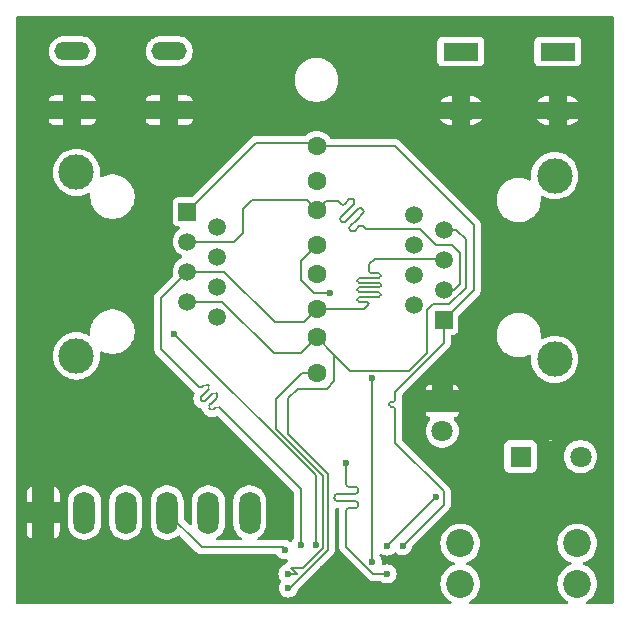
<source format=gbl>
G04 #@! TF.GenerationSoftware,KiCad,Pcbnew,8.0.0*
G04 #@! TF.CreationDate,2024-11-14T09:55:02-06:00*
G04 #@! TF.ProjectId,RainSegmentDriver,5261696e-5365-4676-9d65-6e7444726976,rev?*
G04 #@! TF.SameCoordinates,Original*
G04 #@! TF.FileFunction,Copper,L2,Bot*
G04 #@! TF.FilePolarity,Positive*
%FSLAX46Y46*%
G04 Gerber Fmt 4.6, Leading zero omitted, Abs format (unit mm)*
G04 Created by KiCad (PCBNEW 8.0.0) date 2024-11-14 09:55:02*
%MOMM*%
%LPD*%
G01*
G04 APERTURE LIST*
G04 Aperture macros list*
%AMRoundRect*
0 Rectangle with rounded corners*
0 $1 Rounding radius*
0 $2 $3 $4 $5 $6 $7 $8 $9 X,Y pos of 4 corners*
0 Add a 4 corners polygon primitive as box body*
4,1,4,$2,$3,$4,$5,$6,$7,$8,$9,$2,$3,0*
0 Add four circle primitives for the rounded corners*
1,1,$1+$1,$2,$3*
1,1,$1+$1,$4,$5*
1,1,$1+$1,$6,$7*
1,1,$1+$1,$8,$9*
0 Add four rect primitives between the rounded corners*
20,1,$1+$1,$2,$3,$4,$5,0*
20,1,$1+$1,$4,$5,$6,$7,0*
20,1,$1+$1,$6,$7,$8,$9,0*
20,1,$1+$1,$8,$9,$2,$3,0*%
G04 Aperture macros list end*
G04 #@! TA.AperFunction,ComponentPad*
%ADD10R,1.800000X1.800000*%
G04 #@! TD*
G04 #@! TA.AperFunction,ComponentPad*
%ADD11C,1.800000*%
G04 #@! TD*
G04 #@! TA.AperFunction,ComponentPad*
%ADD12C,2.362000*%
G04 #@! TD*
G04 #@! TA.AperFunction,ComponentPad*
%ADD13RoundRect,0.250000X-0.650000X-1.550000X0.650000X-1.550000X0.650000X1.550000X-0.650000X1.550000X0*%
G04 #@! TD*
G04 #@! TA.AperFunction,ComponentPad*
%ADD14O,1.800000X3.600000*%
G04 #@! TD*
G04 #@! TA.AperFunction,ComponentPad*
%ADD15R,1.500000X1.500000*%
G04 #@! TD*
G04 #@! TA.AperFunction,ComponentPad*
%ADD16C,1.500000*%
G04 #@! TD*
G04 #@! TA.AperFunction,ComponentPad*
%ADD17C,3.000000*%
G04 #@! TD*
G04 #@! TA.AperFunction,ComponentPad*
%ADD18R,3.000000X1.500000*%
G04 #@! TD*
G04 #@! TA.AperFunction,ComponentPad*
%ADD19O,3.000000X1.500000*%
G04 #@! TD*
G04 #@! TA.AperFunction,ComponentPad*
%ADD20C,1.600000*%
G04 #@! TD*
G04 #@! TA.AperFunction,ViaPad*
%ADD21C,0.600000*%
G04 #@! TD*
G04 #@! TA.AperFunction,Conductor*
%ADD22C,0.200000*%
G04 #@! TD*
G04 APERTURE END LIST*
D10*
X166355000Y-103295000D03*
D11*
X168895000Y-103295000D03*
X171435000Y-103295000D03*
D12*
X171150000Y-114060000D03*
X171150000Y-110650000D03*
X161250000Y-114060000D03*
X161250000Y-110650000D03*
D13*
X125925000Y-108030000D03*
D14*
X129425000Y-108030000D03*
X132925000Y-108030000D03*
X136425000Y-108030000D03*
X139925000Y-108030000D03*
X143425000Y-108030000D03*
D15*
X159845000Y-91730000D03*
D16*
X157305000Y-90460000D03*
X159845000Y-89190000D03*
X157305000Y-87920000D03*
X159845000Y-86650000D03*
X157305000Y-85380000D03*
X159845000Y-84110000D03*
X157305000Y-82840000D03*
D17*
X169245000Y-95055000D03*
X169245000Y-79515000D03*
D18*
X169500000Y-69000000D03*
X161300000Y-69000000D03*
D19*
X169500000Y-74000000D03*
X161300000Y-74000000D03*
D20*
X149100000Y-77000000D03*
X149100000Y-80000000D03*
D10*
X159725000Y-98590000D03*
D11*
X159725000Y-101130000D03*
D20*
X149100000Y-96200000D03*
X149100000Y-93200000D03*
D18*
X128400000Y-73970000D03*
X136600000Y-73970000D03*
D19*
X128400000Y-68970000D03*
X136600000Y-68970000D03*
D20*
X149100000Y-82400000D03*
X149100000Y-85400000D03*
X149100000Y-87800000D03*
X149100000Y-90800000D03*
D15*
X138155000Y-82555000D03*
D16*
X140695000Y-83825000D03*
X138155000Y-85095000D03*
X140695000Y-86365000D03*
X138155000Y-87635000D03*
X140695000Y-88905000D03*
X138155000Y-90175000D03*
X140695000Y-91445000D03*
D17*
X128755000Y-79230000D03*
X128755000Y-94770000D03*
D21*
X150225000Y-89405000D03*
X153800000Y-96630000D03*
X151600000Y-103830000D03*
X159200000Y-106730000D03*
X137050000Y-92905000D03*
X146675000Y-114430000D03*
X146650000Y-113205000D03*
X155060000Y-113230000D03*
X153800000Y-112230000D03*
X156362500Y-110842500D03*
X155060000Y-110870000D03*
X149025000Y-110780000D03*
X147749997Y-110780000D03*
X149610000Y-112830000D03*
X145525000Y-109405000D03*
X146400000Y-111180000D03*
D22*
X159845000Y-107360000D02*
X159845000Y-106250000D01*
X159845000Y-106250000D02*
X155750000Y-102155000D01*
X156362500Y-110842500D02*
X159845000Y-107360000D01*
X155750000Y-102155000D02*
X155750000Y-99225681D01*
X155360000Y-99065681D02*
G75*
G02*
X155200019Y-98905681I0J159981D01*
G01*
X155590000Y-98665681D02*
G75*
G03*
X155749981Y-98505681I0J159981D01*
G01*
X155200000Y-98825681D02*
G75*
G02*
X155360000Y-98665700I160000J-19D01*
G01*
X155750000Y-99225681D02*
G75*
G03*
X155590000Y-99065700I-160000J-19D01*
G01*
X159845000Y-93690685D02*
X159845000Y-91730000D01*
X155200000Y-98905681D02*
X155200000Y-98825681D01*
X155750000Y-98425681D02*
X155750000Y-98047603D01*
X155360000Y-98665681D02*
X155590000Y-98665681D01*
X155750000Y-97785685D02*
X159845000Y-93690685D01*
X155750000Y-98047603D02*
X155750000Y-97785685D01*
X155750000Y-98505681D02*
X155750000Y-98425681D01*
X155590000Y-99065681D02*
X155360000Y-99065681D01*
X147749997Y-106029997D02*
X140830125Y-99110125D01*
X147749997Y-110780000D02*
X147749997Y-106029997D01*
X138623817Y-96903817D02*
X135925000Y-94205000D01*
X139062350Y-97342350D02*
X138623817Y-96903817D01*
X139946234Y-97306995D02*
X139875523Y-97236284D01*
X139309840Y-98226236D02*
X139628037Y-97908036D01*
X135925000Y-94205000D02*
X135925000Y-89865000D01*
X139133060Y-97413060D02*
X139062350Y-97342350D01*
X139592680Y-97236284D02*
X139415903Y-97413060D01*
X139380550Y-98579789D02*
X139309839Y-98509078D01*
X140299791Y-97943395D02*
X139981592Y-98261593D01*
X140653345Y-98014106D02*
X140582634Y-97943395D01*
X139628037Y-97908036D02*
X139946234Y-97589837D01*
X140016951Y-98933347D02*
X140193726Y-98756569D01*
X139981592Y-98261593D02*
X139663392Y-98579789D01*
X135925000Y-89865000D02*
X138155000Y-87635000D01*
X140087661Y-99286900D02*
X140016950Y-99216189D01*
X140193726Y-98756569D02*
X140653345Y-98296948D01*
X140547281Y-99110124D02*
X140370505Y-99286901D01*
X139309839Y-98509078D02*
G75*
G02*
X139309883Y-98226279I141461J141378D01*
G01*
X140653345Y-98296948D02*
G75*
G03*
X140653372Y-98014079I-141445J141448D01*
G01*
X139946234Y-97589837D02*
G75*
G03*
X139946250Y-97306979I-141434J141437D01*
G01*
X139875522Y-97236285D02*
G75*
G03*
X139592681Y-97236285I-141420J-141419D01*
G01*
X140370505Y-99286901D02*
G75*
G02*
X140087678Y-99286883I-141405J141401D01*
G01*
X140582633Y-97943396D02*
G75*
G03*
X140299792Y-97943396I-141420J-141419D01*
G01*
X140830124Y-99110126D02*
G75*
G03*
X140547279Y-99110122I-141424J-141374D01*
G01*
X139663392Y-98579789D02*
G75*
G02*
X139380550Y-98579789I-141421J141419D01*
G01*
X139415902Y-97413059D02*
G75*
G02*
X139133061Y-97413059I-141420J141419D01*
G01*
X140016950Y-99216189D02*
G75*
G02*
X140016983Y-98933379I141450J141389D01*
G01*
X151600000Y-103830000D02*
X151600000Y-105620612D01*
X151600000Y-108569305D02*
X151600000Y-110930000D01*
X151600000Y-107900612D02*
X151600000Y-108020612D01*
X151840000Y-106460612D02*
X150840000Y-106460612D01*
X152600000Y-106100612D02*
X152600000Y-106220612D01*
X150600000Y-106700612D02*
X150600000Y-106820612D01*
X151600000Y-107060612D02*
X152360000Y-107060612D01*
X152360000Y-107660612D02*
X151840000Y-107660612D01*
X150840000Y-107060612D02*
X151600000Y-107060612D01*
X153900000Y-113230000D02*
X155060000Y-113230000D01*
X152600000Y-107300612D02*
X152600000Y-107420612D01*
X151600000Y-108020612D02*
X151600000Y-108569305D01*
X152360000Y-106460612D02*
X151840000Y-106460612D01*
X151600000Y-110930000D02*
X153900000Y-113230000D01*
X151840000Y-105860612D02*
X152360000Y-105860612D01*
X150600000Y-106820612D02*
G75*
G03*
X150840000Y-107060600I240000J12D01*
G01*
X150840000Y-106460612D02*
G75*
G03*
X150600012Y-106700612I0J-239988D01*
G01*
X151600000Y-105620612D02*
G75*
G03*
X151840000Y-105860600I240000J12D01*
G01*
X151840000Y-107660612D02*
G75*
G03*
X151600012Y-107900612I0J-239988D01*
G01*
X152360000Y-107060612D02*
G75*
G02*
X152599988Y-107300612I0J-239988D01*
G01*
X152360000Y-105860612D02*
G75*
G02*
X152599988Y-106100612I0J-239988D01*
G01*
X152600000Y-107420612D02*
G75*
G02*
X152360000Y-107660600I-240000J12D01*
G01*
X152600000Y-106220612D02*
G75*
G02*
X152360000Y-106460600I-240000J12D01*
G01*
X150590000Y-96890000D02*
X150590000Y-94690000D01*
X146700000Y-98305000D02*
X147475000Y-97530000D01*
X150025000Y-104748628D02*
X146700000Y-101423628D01*
X149950000Y-97530000D02*
X150590000Y-96890000D01*
X150025000Y-111205000D02*
X150025000Y-104748628D01*
X147475000Y-97530000D02*
X149950000Y-97530000D01*
X146700000Y-101423628D02*
X146700000Y-98305000D01*
X146800000Y-114430000D02*
X150025000Y-111205000D01*
X146675000Y-114430000D02*
X146800000Y-114430000D01*
X147855000Y-96200000D02*
X149100000Y-96200000D01*
X145675000Y-98380000D02*
X147855000Y-96200000D01*
X149625000Y-111028529D02*
X149625000Y-104914314D01*
X147957843Y-112695686D02*
X149625000Y-111028529D01*
X149625000Y-104914314D02*
X145675000Y-100964314D01*
X146950000Y-112695686D02*
X147957843Y-112695686D01*
X145675000Y-100964314D02*
X145675000Y-98380000D01*
X147459314Y-113205000D02*
X146950000Y-112695686D01*
X146650000Y-113205000D02*
X147459314Y-113205000D01*
X147775000Y-88305000D02*
X147775000Y-86725000D01*
X148875000Y-89405000D02*
X147775000Y-88305000D01*
X147775000Y-86725000D02*
X149100000Y-85400000D01*
X150225000Y-89405000D02*
X148875000Y-89405000D01*
X153800000Y-96630000D02*
X153800000Y-96655000D01*
X153800000Y-112230000D02*
X153800000Y-96630000D01*
X159200000Y-106730000D02*
X155060000Y-110870000D01*
X150590000Y-94690000D02*
X151920000Y-96020000D01*
X149100000Y-93200000D02*
X150590000Y-94690000D01*
X149025000Y-104880000D02*
X149025000Y-110780000D01*
X137050000Y-92905000D02*
X149025000Y-104880000D01*
X146400000Y-111180000D02*
X146200000Y-110980000D01*
X146200000Y-110980000D02*
X139375000Y-110980000D01*
X139375000Y-110980000D02*
X136425000Y-108030000D01*
X161700000Y-84904340D02*
X160905660Y-84110000D01*
X156950000Y-96020000D02*
X158460000Y-94510000D01*
X158910000Y-90400000D02*
X160300000Y-90400000D01*
X138155000Y-90175000D02*
X141065000Y-90175000D01*
X160300000Y-90400000D02*
X161700000Y-89000000D01*
X160905660Y-84110000D02*
X159845000Y-84110000D01*
X158460000Y-94510000D02*
X158460000Y-90850000D01*
X158460000Y-90850000D02*
X158910000Y-90400000D01*
X161700000Y-89000000D02*
X161700000Y-84904340D01*
X141065000Y-90175000D02*
X145440000Y-94550000D01*
X145440000Y-94550000D02*
X147750000Y-94550000D01*
X151920000Y-96020000D02*
X156950000Y-96020000D01*
X147750000Y-94550000D02*
X149100000Y-93200000D01*
X162400000Y-89175000D02*
X159845000Y-91730000D01*
X149100000Y-77000000D02*
X155700000Y-77000000D01*
X162400000Y-83700000D02*
X162400000Y-89175000D01*
X149100000Y-77000000D02*
X148850000Y-76750000D01*
X148850000Y-76750000D02*
X143960000Y-76750000D01*
X143960000Y-76750000D02*
X138155000Y-82555000D01*
X155700000Y-77000000D02*
X162400000Y-83700000D01*
X153416463Y-84050000D02*
X157850000Y-84050000D01*
X161250000Y-86050000D02*
X161250000Y-88690000D01*
X143610000Y-81540000D02*
X142840000Y-82310000D01*
X152078795Y-82848795D02*
X152630337Y-82297250D01*
X149100000Y-82400000D02*
X149860000Y-81640000D01*
X149860000Y-81640000D02*
X150870000Y-81640000D01*
X151138344Y-83322558D02*
X151216125Y-83400339D01*
X160750000Y-89190000D02*
X159845000Y-89190000D01*
X153089955Y-83859955D02*
X153280000Y-84050000D01*
X151916158Y-84100372D02*
X151993939Y-84178153D01*
X153019247Y-82686160D02*
X152467702Y-83237702D01*
X159180000Y-85380000D02*
X160580000Y-85380000D01*
X152467702Y-83237702D02*
X151916158Y-83789245D01*
X160580000Y-85380000D02*
X161250000Y-86050000D01*
X161250000Y-88690000D02*
X160750000Y-89190000D01*
X152163650Y-81519438D02*
X152241431Y-81597219D01*
X152241432Y-81908347D02*
X151845451Y-82304325D01*
X151456544Y-81915418D02*
X151852524Y-81519439D01*
X148240000Y-81540000D02*
X143610000Y-81540000D01*
X153012172Y-83782173D02*
X153089955Y-83859955D01*
X142840000Y-84325000D02*
X142070000Y-85095000D01*
X150870000Y-81640000D02*
X151145418Y-81915418D01*
X142070000Y-85095000D02*
X138155000Y-85095000D01*
X153280000Y-84050000D02*
X153416463Y-84050000D01*
X151527252Y-83400339D02*
X152078795Y-82848795D01*
X152941465Y-82297251D02*
X153019246Y-82375032D01*
X149100000Y-82400000D02*
X148240000Y-81540000D01*
X138155000Y-85095000D02*
X138160000Y-85100000D01*
X142840000Y-82310000D02*
X142840000Y-84325000D01*
X151845451Y-82304325D02*
X151138344Y-83011431D01*
X152305066Y-84178153D02*
X152701045Y-83782173D01*
X157850000Y-84050000D02*
X159180000Y-85380000D01*
X151852524Y-81519439D02*
G75*
G02*
X152163662Y-81519426I155576J-155561D01*
G01*
X152701045Y-83782173D02*
G75*
G02*
X153012172Y-83782173I155564J-155565D01*
G01*
X151216125Y-83400339D02*
G75*
G03*
X151527252Y-83400339I155564J155565D01*
G01*
X151138344Y-83011431D02*
G75*
G03*
X151138339Y-83322563I155556J-155569D01*
G01*
X152241431Y-81597219D02*
G75*
G02*
X152241448Y-81908363I-155531J-155581D01*
G01*
X151916159Y-83789246D02*
G75*
G03*
X151916167Y-84100363I155541J-155554D01*
G01*
X153019245Y-82375033D02*
G75*
G02*
X153019250Y-82686163I-155545J-155567D01*
G01*
X152630337Y-82297250D02*
G75*
G02*
X152941464Y-82297252I155563J-155550D01*
G01*
X151145419Y-81915417D02*
G75*
G03*
X151456543Y-81915417I155562J155560D01*
G01*
X151993939Y-84178153D02*
G75*
G03*
X152305066Y-84178153I155564J155565D01*
G01*
X153530000Y-89370000D02*
X152690000Y-89370000D01*
X154370000Y-87770000D02*
X153690000Y-87770000D01*
X154370000Y-89370000D02*
X153530000Y-89370000D01*
X152530000Y-90010000D02*
X152530000Y-89930000D01*
X145570000Y-91920000D02*
X147980000Y-91920000D01*
X153530000Y-87010000D02*
X154000000Y-86540000D01*
X152690000Y-89770000D02*
X153370000Y-89770000D01*
X138155000Y-87635000D02*
X141285000Y-87635000D01*
X147980000Y-91920000D02*
X149100000Y-90800000D01*
X154000000Y-86540000D02*
X159735000Y-86540000D01*
X152530000Y-89210000D02*
X152530000Y-89130000D01*
X154370000Y-88570000D02*
X153530000Y-88570000D01*
X153370000Y-90170000D02*
X152690000Y-90170000D01*
X149100000Y-90800000D02*
X153060000Y-90800000D01*
X159735000Y-86540000D02*
X159845000Y-86650000D01*
X153530000Y-88570000D02*
X152690000Y-88570000D01*
X154530000Y-88010000D02*
X154530000Y-87930000D01*
X153530000Y-87610000D02*
X153530000Y-87530000D01*
X152530000Y-88410000D02*
X152530000Y-88330000D01*
X154530000Y-89610000D02*
X154530000Y-89530000D01*
X153530000Y-88170000D02*
X154370000Y-88170000D01*
X153530000Y-87530000D02*
X153530000Y-87010000D01*
X153060000Y-90800000D02*
X153329517Y-90530483D01*
X141285000Y-87635000D02*
X145570000Y-91920000D01*
X153530000Y-88970000D02*
X154370000Y-88970000D01*
X152690000Y-88970000D02*
X153530000Y-88970000D01*
X154530000Y-88810000D02*
X154530000Y-88730000D01*
X152690000Y-88170000D02*
X153530000Y-88170000D01*
X153370000Y-89770000D02*
X154370000Y-89770000D01*
X153329517Y-90530483D02*
X153530000Y-90330000D01*
X152530000Y-89930000D02*
G75*
G02*
X152690000Y-89770000I160000J0D01*
G01*
X154370000Y-88970000D02*
G75*
G03*
X154530000Y-88810000I0J160000D01*
G01*
X152690000Y-89370000D02*
G75*
G02*
X152530000Y-89210000I0J160000D01*
G01*
X152690000Y-88570000D02*
G75*
G02*
X152530000Y-88410000I0J160000D01*
G01*
X152690000Y-90170000D02*
G75*
G02*
X152530000Y-90010000I0J160000D01*
G01*
X153530000Y-90330000D02*
G75*
G03*
X153370000Y-90170000I-160000J0D01*
G01*
X154530000Y-87930000D02*
G75*
G03*
X154370000Y-87770000I-160000J0D01*
G01*
X152530000Y-89130000D02*
G75*
G02*
X152690000Y-88970000I160000J0D01*
G01*
X153690000Y-87770000D02*
G75*
G02*
X153530000Y-87610000I0J160000D01*
G01*
X154370000Y-89770000D02*
G75*
G03*
X154530000Y-89610000I0J160000D01*
G01*
X154530000Y-88730000D02*
G75*
G03*
X154370000Y-88570000I-160000J0D01*
G01*
X152530000Y-88330000D02*
G75*
G02*
X152690000Y-88170000I160000J0D01*
G01*
X154370000Y-88170000D02*
G75*
G03*
X154530000Y-88010000I0J160000D01*
G01*
X154530000Y-89530000D02*
G75*
G03*
X154370000Y-89370000I-160000J0D01*
G01*
G04 #@! TA.AperFunction,Conductor*
G36*
X174172539Y-66000185D02*
G01*
X174218294Y-66052989D01*
X174229500Y-66104500D01*
X174229500Y-115655500D01*
X174209815Y-115722539D01*
X174157011Y-115768294D01*
X174105500Y-115779500D01*
X171998163Y-115779500D01*
X171931124Y-115759815D01*
X171885369Y-115707011D01*
X171875425Y-115637853D01*
X171904450Y-115574297D01*
X171944362Y-115543780D01*
X171993100Y-115520309D01*
X171993100Y-115520308D01*
X171993108Y-115520305D01*
X172201338Y-115378336D01*
X172386083Y-115206917D01*
X172543216Y-115009879D01*
X172669227Y-114791621D01*
X172761301Y-114557021D01*
X172817381Y-114311317D01*
X172822089Y-114248487D01*
X172836215Y-114060003D01*
X172836215Y-114059996D01*
X172817381Y-113808683D01*
X172817381Y-113808682D01*
X172761304Y-113562992D01*
X172761303Y-113562991D01*
X172761301Y-113562979D01*
X172669227Y-113328379D01*
X172543216Y-113110121D01*
X172386083Y-112913083D01*
X172201338Y-112741664D01*
X171993108Y-112599695D01*
X171993104Y-112599693D01*
X171993101Y-112599691D01*
X171993100Y-112599690D01*
X171766047Y-112490348D01*
X171766044Y-112490347D01*
X171711394Y-112473489D01*
X171653137Y-112434921D01*
X171624980Y-112370976D01*
X171635863Y-112301959D01*
X171682331Y-112249783D01*
X171711391Y-112236511D01*
X171766044Y-112219653D01*
X171993108Y-112110305D01*
X172201338Y-111968336D01*
X172386083Y-111796917D01*
X172543216Y-111599879D01*
X172669227Y-111381621D01*
X172761301Y-111147021D01*
X172817381Y-110901317D01*
X172836215Y-110650000D01*
X172817381Y-110398683D01*
X172816456Y-110394632D01*
X172761304Y-110152992D01*
X172761303Y-110152991D01*
X172761301Y-110152979D01*
X172669227Y-109918379D01*
X172543216Y-109700121D01*
X172386083Y-109503083D01*
X172201338Y-109331664D01*
X171993108Y-109189695D01*
X171993104Y-109189693D01*
X171993101Y-109189691D01*
X171993100Y-109189690D01*
X171766046Y-109080348D01*
X171766048Y-109080348D01*
X171525226Y-109006064D01*
X171525222Y-109006063D01*
X171525218Y-109006062D01*
X171405344Y-108987993D01*
X171276016Y-108968500D01*
X171276011Y-108968500D01*
X171023989Y-108968500D01*
X171023983Y-108968500D01*
X170868789Y-108991892D01*
X170774782Y-109006062D01*
X170774779Y-109006063D01*
X170774773Y-109006064D01*
X170533952Y-109080348D01*
X170306901Y-109189690D01*
X170306892Y-109189695D01*
X170098664Y-109331662D01*
X169913919Y-109503081D01*
X169913916Y-109503083D01*
X169756784Y-109700121D01*
X169630773Y-109918378D01*
X169538701Y-110152973D01*
X169538695Y-110152992D01*
X169482618Y-110398682D01*
X169482618Y-110398683D01*
X169463785Y-110649996D01*
X169463785Y-110650003D01*
X169482618Y-110901316D01*
X169482618Y-110901317D01*
X169538695Y-111147007D01*
X169538697Y-111147016D01*
X169538699Y-111147021D01*
X169630773Y-111381621D01*
X169756784Y-111599879D01*
X169913917Y-111796917D01*
X170098662Y-111968336D01*
X170306893Y-112110305D01*
X170533952Y-112219651D01*
X170533953Y-112219651D01*
X170533956Y-112219653D01*
X170588604Y-112236509D01*
X170646862Y-112275080D01*
X170675020Y-112339024D01*
X170664136Y-112408041D01*
X170617667Y-112460218D01*
X170588605Y-112473489D01*
X170570055Y-112479212D01*
X170533952Y-112490348D01*
X170306901Y-112599690D01*
X170306892Y-112599695D01*
X170098664Y-112741662D01*
X169913919Y-112913081D01*
X169913916Y-112913083D01*
X169756784Y-113110121D01*
X169630773Y-113328378D01*
X169538701Y-113562973D01*
X169538695Y-113562992D01*
X169482618Y-113808682D01*
X169482618Y-113808683D01*
X169463785Y-114059996D01*
X169463785Y-114060003D01*
X169482618Y-114311316D01*
X169482618Y-114311317D01*
X169538695Y-114557007D01*
X169538697Y-114557016D01*
X169538699Y-114557021D01*
X169630773Y-114791621D01*
X169756784Y-115009879D01*
X169913917Y-115206917D01*
X170098662Y-115378336D01*
X170306893Y-115520305D01*
X170345562Y-115538927D01*
X170355639Y-115543780D01*
X170407498Y-115590603D01*
X170425811Y-115658030D01*
X170404763Y-115724654D01*
X170351037Y-115769322D01*
X170301837Y-115779500D01*
X162098163Y-115779500D01*
X162031124Y-115759815D01*
X161985369Y-115707011D01*
X161975425Y-115637853D01*
X162004450Y-115574297D01*
X162044362Y-115543780D01*
X162093100Y-115520309D01*
X162093100Y-115520308D01*
X162093108Y-115520305D01*
X162301338Y-115378336D01*
X162486083Y-115206917D01*
X162643216Y-115009879D01*
X162769227Y-114791621D01*
X162861301Y-114557021D01*
X162917381Y-114311317D01*
X162922089Y-114248487D01*
X162936215Y-114060003D01*
X162936215Y-114059996D01*
X162917381Y-113808683D01*
X162917381Y-113808682D01*
X162861304Y-113562992D01*
X162861303Y-113562991D01*
X162861301Y-113562979D01*
X162769227Y-113328379D01*
X162643216Y-113110121D01*
X162486083Y-112913083D01*
X162301338Y-112741664D01*
X162093108Y-112599695D01*
X162093104Y-112599693D01*
X162093101Y-112599691D01*
X162093100Y-112599690D01*
X161866047Y-112490348D01*
X161866044Y-112490347D01*
X161811394Y-112473489D01*
X161753137Y-112434921D01*
X161724980Y-112370976D01*
X161735863Y-112301959D01*
X161782331Y-112249783D01*
X161811391Y-112236511D01*
X161866044Y-112219653D01*
X162093108Y-112110305D01*
X162301338Y-111968336D01*
X162486083Y-111796917D01*
X162643216Y-111599879D01*
X162769227Y-111381621D01*
X162861301Y-111147021D01*
X162917381Y-110901317D01*
X162936215Y-110650000D01*
X162917381Y-110398683D01*
X162916456Y-110394632D01*
X162861304Y-110152992D01*
X162861303Y-110152991D01*
X162861301Y-110152979D01*
X162769227Y-109918379D01*
X162643216Y-109700121D01*
X162486083Y-109503083D01*
X162301338Y-109331664D01*
X162093108Y-109189695D01*
X162093104Y-109189693D01*
X162093101Y-109189691D01*
X162093100Y-109189690D01*
X161866046Y-109080348D01*
X161866048Y-109080348D01*
X161625226Y-109006064D01*
X161625222Y-109006063D01*
X161625218Y-109006062D01*
X161505344Y-108987993D01*
X161376016Y-108968500D01*
X161376011Y-108968500D01*
X161123989Y-108968500D01*
X161123983Y-108968500D01*
X160968789Y-108991892D01*
X160874782Y-109006062D01*
X160874779Y-109006063D01*
X160874773Y-109006064D01*
X160633952Y-109080348D01*
X160406901Y-109189690D01*
X160406892Y-109189695D01*
X160198664Y-109331662D01*
X160013919Y-109503081D01*
X160013916Y-109503083D01*
X159856784Y-109700121D01*
X159730773Y-109918378D01*
X159638701Y-110152973D01*
X159638695Y-110152992D01*
X159582618Y-110398682D01*
X159582618Y-110398683D01*
X159563785Y-110649996D01*
X159563785Y-110650003D01*
X159582618Y-110901316D01*
X159582618Y-110901317D01*
X159638695Y-111147007D01*
X159638697Y-111147016D01*
X159638699Y-111147021D01*
X159730773Y-111381621D01*
X159856784Y-111599879D01*
X160013917Y-111796917D01*
X160198662Y-111968336D01*
X160406893Y-112110305D01*
X160633952Y-112219651D01*
X160633953Y-112219651D01*
X160633956Y-112219653D01*
X160688604Y-112236509D01*
X160746862Y-112275080D01*
X160775020Y-112339024D01*
X160764136Y-112408041D01*
X160717667Y-112460218D01*
X160688605Y-112473489D01*
X160670055Y-112479212D01*
X160633952Y-112490348D01*
X160406901Y-112599690D01*
X160406892Y-112599695D01*
X160198664Y-112741662D01*
X160013919Y-112913081D01*
X160013916Y-112913083D01*
X159856784Y-113110121D01*
X159730773Y-113328378D01*
X159638701Y-113562973D01*
X159638695Y-113562992D01*
X159582618Y-113808682D01*
X159582618Y-113808683D01*
X159563785Y-114059996D01*
X159563785Y-114060003D01*
X159582618Y-114311316D01*
X159582618Y-114311317D01*
X159638695Y-114557007D01*
X159638697Y-114557016D01*
X159638699Y-114557021D01*
X159730773Y-114791621D01*
X159856784Y-115009879D01*
X160013917Y-115206917D01*
X160198662Y-115378336D01*
X160406893Y-115520305D01*
X160445562Y-115538927D01*
X160455639Y-115543780D01*
X160507498Y-115590603D01*
X160525811Y-115658030D01*
X160504763Y-115724654D01*
X160451037Y-115769322D01*
X160401837Y-115779500D01*
X123774500Y-115779500D01*
X123707461Y-115759815D01*
X123661706Y-115707011D01*
X123650500Y-115655500D01*
X123650500Y-108930000D01*
X124525001Y-108930000D01*
X124525001Y-109629986D01*
X124535494Y-109732697D01*
X124590641Y-109899119D01*
X124590643Y-109899124D01*
X124682684Y-110048345D01*
X124806654Y-110172315D01*
X124955881Y-110264359D01*
X125024999Y-110287262D01*
X125025000Y-110287262D01*
X125025000Y-108930000D01*
X126825000Y-108930000D01*
X126825000Y-110287262D01*
X126894118Y-110264359D01*
X127043345Y-110172315D01*
X127167315Y-110048345D01*
X127259356Y-109899124D01*
X127259358Y-109899119D01*
X127314505Y-109732697D01*
X127314506Y-109732690D01*
X127324999Y-109629986D01*
X127325000Y-109629973D01*
X127325000Y-109040222D01*
X128024500Y-109040222D01*
X128030855Y-109080347D01*
X128058985Y-109257952D01*
X128127103Y-109467603D01*
X128127104Y-109467606D01*
X128227187Y-109664025D01*
X128356752Y-109842358D01*
X128356756Y-109842363D01*
X128512636Y-109998243D01*
X128512641Y-109998247D01*
X128631541Y-110084632D01*
X128690978Y-110127815D01*
X128818890Y-110192990D01*
X128887393Y-110227895D01*
X128887396Y-110227896D01*
X128988701Y-110260811D01*
X129097049Y-110296015D01*
X129314778Y-110330500D01*
X129314779Y-110330500D01*
X129535221Y-110330500D01*
X129535222Y-110330500D01*
X129752951Y-110296015D01*
X129962606Y-110227895D01*
X130159022Y-110127815D01*
X130337365Y-109998242D01*
X130493242Y-109842365D01*
X130622815Y-109664022D01*
X130722895Y-109467606D01*
X130791015Y-109257951D01*
X130825500Y-109040222D01*
X131524500Y-109040222D01*
X131530855Y-109080347D01*
X131558985Y-109257952D01*
X131627103Y-109467603D01*
X131627104Y-109467606D01*
X131727187Y-109664025D01*
X131856752Y-109842358D01*
X131856756Y-109842363D01*
X132012636Y-109998243D01*
X132012641Y-109998247D01*
X132131541Y-110084632D01*
X132190978Y-110127815D01*
X132318890Y-110192990D01*
X132387393Y-110227895D01*
X132387396Y-110227896D01*
X132488701Y-110260811D01*
X132597049Y-110296015D01*
X132814778Y-110330500D01*
X132814779Y-110330500D01*
X133035221Y-110330500D01*
X133035222Y-110330500D01*
X133252951Y-110296015D01*
X133462606Y-110227895D01*
X133659022Y-110127815D01*
X133837365Y-109998242D01*
X133993242Y-109842365D01*
X134122815Y-109664022D01*
X134222895Y-109467606D01*
X134291015Y-109257951D01*
X134325500Y-109040222D01*
X135024500Y-109040222D01*
X135030855Y-109080347D01*
X135058985Y-109257952D01*
X135127103Y-109467603D01*
X135127104Y-109467606D01*
X135227187Y-109664025D01*
X135356752Y-109842358D01*
X135356756Y-109842363D01*
X135512636Y-109998243D01*
X135512641Y-109998247D01*
X135631541Y-110084632D01*
X135690978Y-110127815D01*
X135818890Y-110192990D01*
X135887393Y-110227895D01*
X135887396Y-110227896D01*
X135988701Y-110260811D01*
X136097049Y-110296015D01*
X136314778Y-110330500D01*
X136314779Y-110330500D01*
X136535221Y-110330500D01*
X136535222Y-110330500D01*
X136752951Y-110296015D01*
X136962606Y-110227895D01*
X137159022Y-110127815D01*
X137337365Y-109998242D01*
X137353005Y-109982602D01*
X137414328Y-109949117D01*
X137484020Y-109954101D01*
X137528367Y-109982602D01*
X138890139Y-111344374D01*
X138890149Y-111344385D01*
X138894479Y-111348715D01*
X138894480Y-111348716D01*
X139006284Y-111460520D01*
X139030700Y-111474616D01*
X139093095Y-111510639D01*
X139093097Y-111510641D01*
X139125795Y-111529519D01*
X139143215Y-111539577D01*
X139295943Y-111580501D01*
X139295946Y-111580501D01*
X139461653Y-111580501D01*
X139461669Y-111580500D01*
X145637710Y-111580500D01*
X145704749Y-111600185D01*
X145742703Y-111638527D01*
X145770182Y-111682260D01*
X145770184Y-111682262D01*
X145897738Y-111809816D01*
X145987458Y-111866191D01*
X146010192Y-111880476D01*
X146050478Y-111905789D01*
X146186937Y-111953538D01*
X146220745Y-111965368D01*
X146220750Y-111965369D01*
X146399996Y-111985565D01*
X146400000Y-111985565D01*
X146400003Y-111985565D01*
X146528790Y-111971054D01*
X146597612Y-111983108D01*
X146648992Y-112030457D01*
X146666616Y-112098068D01*
X146644890Y-112164474D01*
X146604675Y-112201661D01*
X146581285Y-112215165D01*
X146581282Y-112215167D01*
X146469479Y-112326970D01*
X146451809Y-112357578D01*
X146434927Y-112386818D01*
X146434924Y-112386824D01*
X146425118Y-112403806D01*
X146374548Y-112452018D01*
X146358692Y-112458840D01*
X146300475Y-112479212D01*
X146147737Y-112575184D01*
X146020184Y-112702737D01*
X145924211Y-112855476D01*
X145864631Y-113025745D01*
X145864630Y-113025750D01*
X145844435Y-113204996D01*
X145844435Y-113205003D01*
X145864630Y-113384249D01*
X145864631Y-113384254D01*
X145924211Y-113554523D01*
X146020184Y-113707262D01*
X146055241Y-113742319D01*
X146088726Y-113803642D01*
X146083742Y-113873334D01*
X146055241Y-113917681D01*
X146045184Y-113927737D01*
X145949211Y-114080476D01*
X145889631Y-114250745D01*
X145889630Y-114250750D01*
X145869435Y-114429996D01*
X145869435Y-114430003D01*
X145889630Y-114609249D01*
X145889631Y-114609254D01*
X145949211Y-114779523D01*
X145956813Y-114791621D01*
X146045184Y-114932262D01*
X146172738Y-115059816D01*
X146325478Y-115155789D01*
X146471596Y-115206918D01*
X146495745Y-115215368D01*
X146495750Y-115215369D01*
X146674996Y-115235565D01*
X146675000Y-115235565D01*
X146675004Y-115235565D01*
X146854249Y-115215369D01*
X146854252Y-115215368D01*
X146854255Y-115215368D01*
X147024522Y-115155789D01*
X147177262Y-115059816D01*
X147304816Y-114932262D01*
X147400789Y-114779522D01*
X147445847Y-114650750D01*
X147475205Y-114604028D01*
X150505520Y-111573716D01*
X150584577Y-111436784D01*
X150625501Y-111284057D01*
X150625501Y-111125942D01*
X150625501Y-111118347D01*
X150625500Y-111118329D01*
X150625500Y-107784951D01*
X150645185Y-107717912D01*
X150697989Y-107672157D01*
X150751127Y-107663315D01*
X150751127Y-107661112D01*
X150757219Y-107661112D01*
X150760943Y-107661112D01*
X150879579Y-107661112D01*
X150946618Y-107680797D01*
X150992373Y-107733601D01*
X151002317Y-107802759D01*
X151001198Y-107809295D01*
X150999496Y-107817852D01*
X150999500Y-107892397D01*
X150999500Y-110843330D01*
X150999499Y-110843348D01*
X150999499Y-111009054D01*
X150999498Y-111009054D01*
X151040423Y-111161786D01*
X151048716Y-111176148D01*
X151050940Y-111180000D01*
X151111016Y-111284055D01*
X151119479Y-111298714D01*
X151119481Y-111298717D01*
X151238349Y-111417585D01*
X151238355Y-111417590D01*
X153415139Y-113594374D01*
X153415149Y-113594385D01*
X153419479Y-113598715D01*
X153419480Y-113598716D01*
X153531284Y-113710520D01*
X153586363Y-113742319D01*
X153618095Y-113760639D01*
X153618097Y-113760641D01*
X153668213Y-113789576D01*
X153668215Y-113789577D01*
X153820942Y-113830500D01*
X153820943Y-113830500D01*
X154477588Y-113830500D01*
X154544627Y-113850185D01*
X154554903Y-113857555D01*
X154557736Y-113859814D01*
X154557738Y-113859816D01*
X154710478Y-113955789D01*
X154880745Y-114015368D01*
X154880750Y-114015369D01*
X155059996Y-114035565D01*
X155060000Y-114035565D01*
X155060004Y-114035565D01*
X155239249Y-114015369D01*
X155239252Y-114015368D01*
X155239255Y-114015368D01*
X155409522Y-113955789D01*
X155562262Y-113859816D01*
X155689816Y-113732262D01*
X155785789Y-113579522D01*
X155845368Y-113409255D01*
X155848185Y-113384254D01*
X155865565Y-113230003D01*
X155865565Y-113229996D01*
X155845369Y-113050750D01*
X155845368Y-113050745D01*
X155785788Y-112880476D01*
X155689815Y-112727737D01*
X155562262Y-112600184D01*
X155409523Y-112504211D01*
X155239254Y-112444631D01*
X155239249Y-112444630D01*
X155060004Y-112424435D01*
X155059996Y-112424435D01*
X154880750Y-112444630D01*
X154880742Y-112444632D01*
X154755365Y-112488503D01*
X154685586Y-112492064D01*
X154624959Y-112457335D01*
X154592732Y-112395341D01*
X154591191Y-112357578D01*
X154605565Y-112230003D01*
X154605565Y-112229996D01*
X154585369Y-112050750D01*
X154585368Y-112050745D01*
X154575553Y-112022696D01*
X154525789Y-111880478D01*
X154429816Y-111727738D01*
X154429814Y-111727736D01*
X154429813Y-111727734D01*
X154427550Y-111724896D01*
X154426659Y-111722715D01*
X154426111Y-111721842D01*
X154426264Y-111721745D01*
X154401144Y-111660209D01*
X154400500Y-111647587D01*
X154400500Y-111625378D01*
X154420185Y-111558339D01*
X154472989Y-111512584D01*
X154542147Y-111502640D01*
X154590472Y-111520384D01*
X154694206Y-111585565D01*
X154710478Y-111595789D01*
X154832616Y-111638527D01*
X154880745Y-111655368D01*
X154880750Y-111655369D01*
X155059996Y-111675565D01*
X155060000Y-111675565D01*
X155060004Y-111675565D01*
X155239249Y-111655369D01*
X155239252Y-111655368D01*
X155239255Y-111655368D01*
X155409522Y-111595789D01*
X155562262Y-111499816D01*
X155637319Y-111424759D01*
X155698642Y-111391274D01*
X155768334Y-111396258D01*
X155812681Y-111424759D01*
X155860238Y-111472316D01*
X155913510Y-111505789D01*
X156008330Y-111565369D01*
X156012978Y-111568289D01*
X156103257Y-111599879D01*
X156183245Y-111627868D01*
X156183250Y-111627869D01*
X156362496Y-111648065D01*
X156362500Y-111648065D01*
X156362504Y-111648065D01*
X156541749Y-111627869D01*
X156541752Y-111627868D01*
X156541755Y-111627868D01*
X156712022Y-111568289D01*
X156864762Y-111472316D01*
X156992316Y-111344762D01*
X157088289Y-111192022D01*
X157147868Y-111021755D01*
X157157661Y-110934829D01*
X157184726Y-110870418D01*
X157193190Y-110861043D01*
X160325520Y-107728716D01*
X160404577Y-107591784D01*
X160445501Y-107439057D01*
X160445501Y-107280942D01*
X160445501Y-107273347D01*
X160445500Y-107273329D01*
X160445500Y-106339060D01*
X160445501Y-106339047D01*
X160445501Y-106170944D01*
X160445501Y-106170943D01*
X160404577Y-106018216D01*
X160401491Y-106012870D01*
X160325524Y-105881290D01*
X160325518Y-105881282D01*
X158687106Y-104242870D01*
X164954500Y-104242870D01*
X164954501Y-104242876D01*
X164960908Y-104302483D01*
X165011202Y-104437328D01*
X165011206Y-104437335D01*
X165097452Y-104552544D01*
X165097455Y-104552547D01*
X165212664Y-104638793D01*
X165212671Y-104638797D01*
X165347517Y-104689091D01*
X165347516Y-104689091D01*
X165354444Y-104689835D01*
X165407127Y-104695500D01*
X167302872Y-104695499D01*
X167322426Y-104693397D01*
X168769393Y-104693397D01*
X168778995Y-104695000D01*
X169011004Y-104695000D01*
X169011018Y-104694998D01*
X169020605Y-104693398D01*
X169020606Y-104693397D01*
X168895001Y-104567792D01*
X168769393Y-104693397D01*
X167322426Y-104693397D01*
X167362483Y-104689091D01*
X167497331Y-104638796D01*
X167612546Y-104552546D01*
X167698796Y-104437331D01*
X167749091Y-104302483D01*
X167755500Y-104242873D01*
X167755500Y-103360826D01*
X168395000Y-103360826D01*
X168429075Y-103487993D01*
X168494901Y-103602007D01*
X168587993Y-103695099D01*
X168702007Y-103760925D01*
X168829174Y-103795000D01*
X168960826Y-103795000D01*
X169087993Y-103760925D01*
X169202007Y-103695099D01*
X169295099Y-103602007D01*
X169360925Y-103487993D01*
X169395000Y-103360826D01*
X169395000Y-103295006D01*
X170029700Y-103295006D01*
X170048864Y-103526297D01*
X170048866Y-103526308D01*
X170105842Y-103751300D01*
X170199075Y-103963848D01*
X170326016Y-104158147D01*
X170326019Y-104158151D01*
X170326021Y-104158153D01*
X170483216Y-104328913D01*
X170483219Y-104328915D01*
X170483222Y-104328918D01*
X170666365Y-104471464D01*
X170666371Y-104471468D01*
X170666374Y-104471470D01*
X170870497Y-104581936D01*
X170984487Y-104621068D01*
X171090015Y-104657297D01*
X171090017Y-104657297D01*
X171090019Y-104657298D01*
X171318951Y-104695500D01*
X171318952Y-104695500D01*
X171551048Y-104695500D01*
X171551049Y-104695500D01*
X171779981Y-104657298D01*
X171999503Y-104581936D01*
X172203626Y-104471470D01*
X172386784Y-104328913D01*
X172543979Y-104158153D01*
X172670924Y-103963849D01*
X172764157Y-103751300D01*
X172821134Y-103526305D01*
X172824309Y-103487993D01*
X172840300Y-103295006D01*
X172840300Y-103294993D01*
X172821135Y-103063702D01*
X172821133Y-103063691D01*
X172764157Y-102838699D01*
X172670924Y-102626151D01*
X172543983Y-102431852D01*
X172543980Y-102431849D01*
X172543979Y-102431847D01*
X172386784Y-102261087D01*
X172386779Y-102261083D01*
X172386777Y-102261081D01*
X172203634Y-102118535D01*
X172203628Y-102118531D01*
X171999504Y-102008064D01*
X171999495Y-102008061D01*
X171779984Y-101932702D01*
X171589450Y-101900908D01*
X171551049Y-101894500D01*
X171318951Y-101894500D01*
X171280550Y-101900908D01*
X171090015Y-101932702D01*
X170870504Y-102008061D01*
X170870495Y-102008064D01*
X170666371Y-102118531D01*
X170666365Y-102118535D01*
X170483222Y-102261081D01*
X170483219Y-102261084D01*
X170483216Y-102261086D01*
X170483216Y-102261087D01*
X170458886Y-102287517D01*
X170326016Y-102431852D01*
X170199075Y-102626151D01*
X170105842Y-102838699D01*
X170048866Y-103063691D01*
X170048864Y-103063702D01*
X170029700Y-103294993D01*
X170029700Y-103295006D01*
X169395000Y-103295006D01*
X169395000Y-103229174D01*
X169360925Y-103102007D01*
X169295099Y-102987993D01*
X169202007Y-102894901D01*
X169087993Y-102829075D01*
X168960826Y-102795000D01*
X168829174Y-102795000D01*
X168702007Y-102829075D01*
X168587993Y-102894901D01*
X168494901Y-102987993D01*
X168429075Y-103102007D01*
X168395000Y-103229174D01*
X168395000Y-103360826D01*
X167755500Y-103360826D01*
X167755499Y-102347128D01*
X167749091Y-102287517D01*
X167739233Y-102261087D01*
X167698797Y-102152671D01*
X167698793Y-102152664D01*
X167612547Y-102037455D01*
X167612544Y-102037452D01*
X167497335Y-101951206D01*
X167497328Y-101951202D01*
X167362482Y-101900908D01*
X167362483Y-101900908D01*
X167322418Y-101896601D01*
X168769393Y-101896601D01*
X168894999Y-102022207D01*
X169020605Y-101896600D01*
X169011012Y-101895000D01*
X168778994Y-101895000D01*
X168769393Y-101896601D01*
X167322418Y-101896601D01*
X167302883Y-101894501D01*
X167302881Y-101894500D01*
X167302873Y-101894500D01*
X167302864Y-101894500D01*
X165407129Y-101894500D01*
X165407123Y-101894501D01*
X165347516Y-101900908D01*
X165212671Y-101951202D01*
X165212664Y-101951206D01*
X165097455Y-102037452D01*
X165097452Y-102037455D01*
X165011206Y-102152664D01*
X165011202Y-102152671D01*
X164960908Y-102287517D01*
X164958871Y-102306468D01*
X164954501Y-102347123D01*
X164954500Y-102347135D01*
X164954500Y-104242870D01*
X158687106Y-104242870D01*
X156386819Y-101942583D01*
X156353334Y-101881260D01*
X156350500Y-101854902D01*
X156350500Y-101130006D01*
X158319700Y-101130006D01*
X158338864Y-101361297D01*
X158338866Y-101361308D01*
X158395842Y-101586300D01*
X158489075Y-101798848D01*
X158616016Y-101993147D01*
X158616019Y-101993151D01*
X158616021Y-101993153D01*
X158773216Y-102163913D01*
X158773219Y-102163915D01*
X158773222Y-102163918D01*
X158956365Y-102306464D01*
X158956371Y-102306468D01*
X158956374Y-102306470D01*
X159160497Y-102416936D01*
X159274487Y-102456068D01*
X159380015Y-102492297D01*
X159380017Y-102492297D01*
X159380019Y-102492298D01*
X159608951Y-102530500D01*
X159608952Y-102530500D01*
X159841048Y-102530500D01*
X159841049Y-102530500D01*
X160069981Y-102492298D01*
X160289503Y-102416936D01*
X160493626Y-102306470D01*
X160676784Y-102163913D01*
X160833979Y-101993153D01*
X160960924Y-101798849D01*
X161054157Y-101586300D01*
X161111134Y-101361305D01*
X161121608Y-101234900D01*
X161130300Y-101130006D01*
X161130300Y-101129993D01*
X161111135Y-100898702D01*
X161111133Y-100898691D01*
X161054157Y-100673699D01*
X160960924Y-100461151D01*
X160833981Y-100266849D01*
X160738832Y-100163489D01*
X160707910Y-100100835D01*
X160715770Y-100031409D01*
X160759918Y-99977253D01*
X160786730Y-99963325D01*
X160867084Y-99933355D01*
X160867093Y-99933350D01*
X160982187Y-99847190D01*
X160982190Y-99847187D01*
X161068350Y-99732093D01*
X161068354Y-99732086D01*
X161118596Y-99597379D01*
X161118598Y-99597372D01*
X161124999Y-99537844D01*
X161125000Y-99537827D01*
X161125000Y-99490000D01*
X158325000Y-99490000D01*
X158325000Y-99537844D01*
X158331401Y-99597372D01*
X158331403Y-99597379D01*
X158381645Y-99732086D01*
X158381649Y-99732093D01*
X158467809Y-99847187D01*
X158467812Y-99847190D01*
X158582906Y-99933350D01*
X158582913Y-99933354D01*
X158663270Y-99963325D01*
X158719204Y-100005196D01*
X158743621Y-100070660D01*
X158728770Y-100138933D01*
X158711168Y-100163489D01*
X158616021Y-100266847D01*
X158616019Y-100266848D01*
X158616016Y-100266853D01*
X158489075Y-100461151D01*
X158395842Y-100673699D01*
X158338866Y-100898691D01*
X158338864Y-100898702D01*
X158319700Y-101129993D01*
X158319700Y-101130006D01*
X156350500Y-101130006D01*
X156350500Y-99306191D01*
X156350508Y-99306044D01*
X156350507Y-99298527D01*
X156350508Y-99298524D01*
X156350505Y-99276995D01*
X156350523Y-99276933D01*
X156350518Y-99225610D01*
X156350519Y-99225610D01*
X156350511Y-99150711D01*
X156350510Y-99150707D01*
X156350510Y-99146698D01*
X156350500Y-99146624D01*
X156348433Y-99138912D01*
X156346589Y-99131009D01*
X156345881Y-99127454D01*
X156321271Y-99003794D01*
X156283711Y-98913141D01*
X156276236Y-98843674D01*
X156283699Y-98818245D01*
X156321296Y-98727459D01*
X156336845Y-98649244D01*
X159275000Y-98649244D01*
X159305667Y-98763694D01*
X159364910Y-98866306D01*
X159448694Y-98950090D01*
X159551306Y-99009333D01*
X159665756Y-99040000D01*
X159784244Y-99040000D01*
X159898694Y-99009333D01*
X160001306Y-98950090D01*
X160085090Y-98866306D01*
X160144333Y-98763694D01*
X160175000Y-98649244D01*
X160175000Y-98530756D01*
X160144333Y-98416306D01*
X160085090Y-98313694D01*
X160001306Y-98229910D01*
X159898694Y-98170667D01*
X159784244Y-98140000D01*
X159665756Y-98140000D01*
X159551306Y-98170667D01*
X159448694Y-98229910D01*
X159364910Y-98313694D01*
X159305667Y-98416306D01*
X159275000Y-98530756D01*
X159275000Y-98649244D01*
X156336845Y-98649244D01*
X156346490Y-98600728D01*
X156348336Y-98592812D01*
X156350500Y-98584738D01*
X156350500Y-98584735D01*
X156350509Y-98584665D01*
X156350508Y-98578916D01*
X156350500Y-98505610D01*
X156350500Y-98504738D01*
X156350500Y-98346624D01*
X156350500Y-98085782D01*
X156370185Y-98018743D01*
X156386819Y-97998101D01*
X156694920Y-97690000D01*
X158325000Y-97690000D01*
X158825000Y-97690000D01*
X158825000Y-97190000D01*
X160625000Y-97190000D01*
X160625000Y-97690000D01*
X161125000Y-97690000D01*
X161125000Y-97642172D01*
X161124999Y-97642155D01*
X161118598Y-97582627D01*
X161118596Y-97582620D01*
X161068354Y-97447913D01*
X161068350Y-97447906D01*
X160982190Y-97332812D01*
X160982187Y-97332809D01*
X160867093Y-97246649D01*
X160867086Y-97246645D01*
X160732379Y-97196403D01*
X160732372Y-97196401D01*
X160672844Y-97190000D01*
X160625000Y-97190000D01*
X158825000Y-97190000D01*
X158777155Y-97190000D01*
X158717627Y-97196401D01*
X158717620Y-97196403D01*
X158582913Y-97246645D01*
X158582906Y-97246649D01*
X158467812Y-97332809D01*
X158467809Y-97332812D01*
X158381649Y-97447906D01*
X158381645Y-97447913D01*
X158331403Y-97582620D01*
X158331401Y-97582627D01*
X158325000Y-97642155D01*
X158325000Y-97690000D01*
X156694920Y-97690000D01*
X158301533Y-96083387D01*
X160325520Y-94059401D01*
X160404577Y-93922469D01*
X160445501Y-93769742D01*
X160445501Y-93611627D01*
X160445501Y-93604032D01*
X160445500Y-93604014D01*
X160445500Y-93122934D01*
X164319500Y-93122934D01*
X164329647Y-93200000D01*
X164351591Y-93366677D01*
X164399719Y-93546294D01*
X164415222Y-93604152D01*
X164415225Y-93604162D01*
X164483810Y-93769740D01*
X164509306Y-93831292D01*
X164632233Y-94044208D01*
X164632235Y-94044211D01*
X164632236Y-94044212D01*
X164781897Y-94239254D01*
X164781903Y-94239261D01*
X164955738Y-94413096D01*
X164955745Y-94413102D01*
X165055911Y-94489962D01*
X165150792Y-94562767D01*
X165363708Y-94685694D01*
X165539384Y-94758461D01*
X165566207Y-94769572D01*
X165590847Y-94779778D01*
X165828323Y-94843409D01*
X166072073Y-94875500D01*
X166072080Y-94875500D01*
X166317920Y-94875500D01*
X166317927Y-94875500D01*
X166561677Y-94843409D01*
X166799153Y-94779778D01*
X167026292Y-94685694D01*
X167073766Y-94658284D01*
X167141665Y-94641811D01*
X167207692Y-94664663D01*
X167250883Y-94719583D01*
X167259450Y-94774517D01*
X167239390Y-95054998D01*
X167239390Y-95055001D01*
X167259804Y-95340433D01*
X167320628Y-95620037D01*
X167320630Y-95620043D01*
X167320631Y-95620046D01*
X167408007Y-95854309D01*
X167420635Y-95888166D01*
X167557770Y-96139309D01*
X167557775Y-96139317D01*
X167729254Y-96368387D01*
X167729270Y-96368405D01*
X167931594Y-96570729D01*
X167931612Y-96570745D01*
X168160682Y-96742224D01*
X168160690Y-96742229D01*
X168411833Y-96879364D01*
X168411832Y-96879364D01*
X168411836Y-96879365D01*
X168411839Y-96879367D01*
X168679954Y-96979369D01*
X168679960Y-96979370D01*
X168679962Y-96979371D01*
X168959566Y-97040195D01*
X168959568Y-97040195D01*
X168959572Y-97040196D01*
X169213220Y-97058337D01*
X169244999Y-97060610D01*
X169245000Y-97060610D01*
X169245001Y-97060610D01*
X169273595Y-97058564D01*
X169530428Y-97040196D01*
X169810046Y-96979369D01*
X170078161Y-96879367D01*
X170329315Y-96742226D01*
X170558395Y-96570739D01*
X170760739Y-96368395D01*
X170932226Y-96139315D01*
X171069367Y-95888161D01*
X171169369Y-95620046D01*
X171173042Y-95603161D01*
X171230195Y-95340433D01*
X171230195Y-95340432D01*
X171230196Y-95340428D01*
X171249601Y-95069114D01*
X171250610Y-95055001D01*
X171250610Y-95054998D01*
X171240863Y-94918716D01*
X171230196Y-94769572D01*
X171202403Y-94641811D01*
X171169371Y-94489962D01*
X171169370Y-94489960D01*
X171169369Y-94489954D01*
X171069367Y-94221839D01*
X171062849Y-94209903D01*
X170932229Y-93970690D01*
X170932224Y-93970682D01*
X170760745Y-93741612D01*
X170760729Y-93741594D01*
X170558405Y-93539270D01*
X170558387Y-93539254D01*
X170329317Y-93367775D01*
X170329309Y-93367770D01*
X170078166Y-93230635D01*
X170078167Y-93230635D01*
X169970915Y-93190632D01*
X169810046Y-93130631D01*
X169810043Y-93130630D01*
X169810037Y-93130628D01*
X169530433Y-93069804D01*
X169245001Y-93049390D01*
X169244999Y-93049390D01*
X168959566Y-93069804D01*
X168679962Y-93130628D01*
X168411832Y-93230635D01*
X168243008Y-93322821D01*
X168174735Y-93337673D01*
X168109270Y-93313256D01*
X168067399Y-93257322D01*
X168060642Y-93197803D01*
X168070499Y-93122934D01*
X168070500Y-93122927D01*
X168070500Y-92877073D01*
X168038409Y-92633323D01*
X167974778Y-92395847D01*
X167880694Y-92168708D01*
X167757767Y-91955792D01*
X167638258Y-91800045D01*
X167608102Y-91760745D01*
X167608096Y-91760738D01*
X167434261Y-91586903D01*
X167434254Y-91586897D01*
X167239212Y-91437236D01*
X167239211Y-91437235D01*
X167239208Y-91437233D01*
X167026292Y-91314306D01*
X167023279Y-91313058D01*
X166799162Y-91220225D01*
X166799155Y-91220223D01*
X166799153Y-91220222D01*
X166561677Y-91156591D01*
X166520939Y-91151227D01*
X166317934Y-91124500D01*
X166317927Y-91124500D01*
X166072073Y-91124500D01*
X166072065Y-91124500D01*
X165840059Y-91155045D01*
X165828323Y-91156591D01*
X165783072Y-91168716D01*
X165590847Y-91220222D01*
X165590837Y-91220225D01*
X165363714Y-91314303D01*
X165363705Y-91314307D01*
X165150787Y-91437236D01*
X164955745Y-91586897D01*
X164955738Y-91586903D01*
X164781903Y-91760738D01*
X164781897Y-91760745D01*
X164632236Y-91955787D01*
X164509307Y-92168705D01*
X164509303Y-92168714D01*
X164415225Y-92395837D01*
X164415222Y-92395847D01*
X164353935Y-92624577D01*
X164351592Y-92633320D01*
X164351590Y-92633331D01*
X164319500Y-92877065D01*
X164319500Y-93122934D01*
X160445500Y-93122934D01*
X160445500Y-93104499D01*
X160465185Y-93037460D01*
X160517989Y-92991705D01*
X160569500Y-92980499D01*
X160642871Y-92980499D01*
X160642872Y-92980499D01*
X160702483Y-92974091D01*
X160837331Y-92923796D01*
X160952546Y-92837546D01*
X161038796Y-92722331D01*
X161089091Y-92587483D01*
X161095500Y-92527873D01*
X161095499Y-91380096D01*
X161115184Y-91313058D01*
X161131813Y-91292421D01*
X162880520Y-89543716D01*
X162959577Y-89406784D01*
X163000501Y-89254057D01*
X163000501Y-89095942D01*
X163000501Y-89088347D01*
X163000500Y-89088329D01*
X163000500Y-83789059D01*
X163000501Y-83789046D01*
X163000501Y-83620945D01*
X163000501Y-83620943D01*
X162959577Y-83468215D01*
X162920220Y-83400047D01*
X162880520Y-83331284D01*
X162768716Y-83219480D01*
X162768715Y-83219479D01*
X162764385Y-83215149D01*
X162764374Y-83215139D01*
X161242169Y-81692934D01*
X164319500Y-81692934D01*
X164343919Y-81878402D01*
X164351591Y-81936677D01*
X164414996Y-82173308D01*
X164415222Y-82174152D01*
X164415225Y-82174162D01*
X164508771Y-82400000D01*
X164509306Y-82401292D01*
X164632233Y-82614208D01*
X164632235Y-82614211D01*
X164632236Y-82614212D01*
X164781897Y-82809254D01*
X164781903Y-82809261D01*
X164955738Y-82983096D01*
X164955745Y-82983102D01*
X165053321Y-83057975D01*
X165150792Y-83132767D01*
X165363708Y-83255694D01*
X165471662Y-83300410D01*
X165546198Y-83331284D01*
X165590847Y-83349778D01*
X165828323Y-83413409D01*
X166072073Y-83445500D01*
X166072080Y-83445500D01*
X166317920Y-83445500D01*
X166317927Y-83445500D01*
X166561677Y-83413409D01*
X166799153Y-83349778D01*
X167026292Y-83255694D01*
X167239208Y-83132767D01*
X167434256Y-82983101D01*
X167608101Y-82809256D01*
X167757767Y-82614208D01*
X167880694Y-82401292D01*
X167974778Y-82174153D01*
X168038409Y-81936677D01*
X168070500Y-81692927D01*
X168070500Y-81447073D01*
X168060642Y-81372195D01*
X168071407Y-81303160D01*
X168117787Y-81250904D01*
X168185056Y-81232019D01*
X168243008Y-81247178D01*
X168411833Y-81339364D01*
X168411832Y-81339364D01*
X168411836Y-81339365D01*
X168411839Y-81339367D01*
X168679954Y-81439369D01*
X168679960Y-81439370D01*
X168679962Y-81439371D01*
X168959566Y-81500195D01*
X168959568Y-81500195D01*
X168959572Y-81500196D01*
X169213220Y-81518337D01*
X169244999Y-81520610D01*
X169245000Y-81520610D01*
X169245001Y-81520610D01*
X169273595Y-81518564D01*
X169530428Y-81500196D01*
X169810046Y-81439369D01*
X170078161Y-81339367D01*
X170329315Y-81202226D01*
X170558395Y-81030739D01*
X170760739Y-80828395D01*
X170932226Y-80599315D01*
X171069367Y-80348161D01*
X171169369Y-80080046D01*
X171185208Y-80007236D01*
X171230195Y-79800433D01*
X171230195Y-79800432D01*
X171230196Y-79800428D01*
X171250610Y-79515000D01*
X171230196Y-79229572D01*
X171215248Y-79160858D01*
X171169371Y-78949962D01*
X171169370Y-78949960D01*
X171169369Y-78949954D01*
X171069367Y-78681839D01*
X171060151Y-78664962D01*
X170932229Y-78430690D01*
X170932224Y-78430682D01*
X170760745Y-78201612D01*
X170760729Y-78201594D01*
X170558405Y-77999270D01*
X170558387Y-77999254D01*
X170329317Y-77827775D01*
X170329309Y-77827770D01*
X170078166Y-77690635D01*
X170078167Y-77690635D01*
X169861311Y-77609752D01*
X169810046Y-77590631D01*
X169810043Y-77590630D01*
X169810037Y-77590628D01*
X169530433Y-77529804D01*
X169245001Y-77509390D01*
X169244999Y-77509390D01*
X168959566Y-77529804D01*
X168679962Y-77590628D01*
X168411833Y-77690635D01*
X168160690Y-77827770D01*
X168160682Y-77827775D01*
X167931612Y-77999254D01*
X167931594Y-77999270D01*
X167729270Y-78201594D01*
X167729254Y-78201612D01*
X167557775Y-78430682D01*
X167557770Y-78430690D01*
X167420635Y-78681833D01*
X167320628Y-78949962D01*
X167259804Y-79229566D01*
X167239390Y-79514998D01*
X167239390Y-79515001D01*
X167259450Y-79795482D01*
X167244598Y-79863755D01*
X167195193Y-79913160D01*
X167126920Y-79928012D01*
X167073766Y-79911715D01*
X167026295Y-79884307D01*
X167026285Y-79884303D01*
X166799162Y-79790225D01*
X166799155Y-79790223D01*
X166799153Y-79790222D01*
X166561677Y-79726591D01*
X166520939Y-79721227D01*
X166317934Y-79694500D01*
X166317927Y-79694500D01*
X166072073Y-79694500D01*
X166072065Y-79694500D01*
X165840059Y-79725045D01*
X165828323Y-79726591D01*
X165653953Y-79773313D01*
X165590847Y-79790222D01*
X165590837Y-79790225D01*
X165363714Y-79884303D01*
X165363705Y-79884307D01*
X165179313Y-79990766D01*
X165163324Y-79999998D01*
X165150787Y-80007236D01*
X164955745Y-80156897D01*
X164955738Y-80156903D01*
X164781903Y-80330738D01*
X164781897Y-80330745D01*
X164632236Y-80525787D01*
X164509307Y-80738705D01*
X164509303Y-80738714D01*
X164415225Y-80965837D01*
X164415222Y-80965847D01*
X164351886Y-81202224D01*
X164351592Y-81203320D01*
X164351590Y-81203331D01*
X164319500Y-81447065D01*
X164319500Y-81692934D01*
X161242169Y-81692934D01*
X156187590Y-76638355D01*
X156187588Y-76638352D01*
X156068717Y-76519481D01*
X156068716Y-76519480D01*
X155981904Y-76469360D01*
X155981904Y-76469359D01*
X155981900Y-76469358D01*
X155931785Y-76440423D01*
X155779057Y-76399499D01*
X155620943Y-76399499D01*
X155613347Y-76399499D01*
X155613331Y-76399500D01*
X150331692Y-76399500D01*
X150264653Y-76379815D01*
X150230119Y-76346625D01*
X150100047Y-76160861D01*
X150100045Y-76160858D01*
X149939141Y-75999954D01*
X149752734Y-75869432D01*
X149752732Y-75869431D01*
X149546497Y-75773261D01*
X149546488Y-75773258D01*
X149326697Y-75714366D01*
X149326693Y-75714365D01*
X149326692Y-75714365D01*
X149326691Y-75714364D01*
X149326686Y-75714364D01*
X149100002Y-75694532D01*
X149099998Y-75694532D01*
X148873313Y-75714364D01*
X148873302Y-75714366D01*
X148653511Y-75773258D01*
X148653502Y-75773261D01*
X148447267Y-75869431D01*
X148447265Y-75869432D01*
X148260862Y-75999951D01*
X148204248Y-76056566D01*
X148147631Y-76113182D01*
X148086311Y-76146666D01*
X148059952Y-76149500D01*
X144046670Y-76149500D01*
X144046654Y-76149499D01*
X144039058Y-76149499D01*
X143880943Y-76149499D01*
X143804579Y-76169961D01*
X143728214Y-76190423D01*
X143728209Y-76190426D01*
X143591290Y-76269475D01*
X143591282Y-76269481D01*
X138592582Y-81268181D01*
X138531259Y-81301666D01*
X138504901Y-81304500D01*
X137357129Y-81304500D01*
X137357123Y-81304501D01*
X137297516Y-81310908D01*
X137162671Y-81361202D01*
X137162664Y-81361206D01*
X137047455Y-81447452D01*
X137047452Y-81447455D01*
X136961206Y-81562664D01*
X136961202Y-81562671D01*
X136910908Y-81697517D01*
X136904501Y-81757116D01*
X136904500Y-81757135D01*
X136904500Y-83352870D01*
X136904501Y-83352876D01*
X136910908Y-83412483D01*
X136961202Y-83547328D01*
X136961206Y-83547335D01*
X137047452Y-83662544D01*
X137047455Y-83662547D01*
X137162664Y-83748793D01*
X137162671Y-83748797D01*
X137297517Y-83799091D01*
X137297516Y-83799091D01*
X137304444Y-83799835D01*
X137357127Y-83805500D01*
X137423139Y-83805499D01*
X137490176Y-83825183D01*
X137535932Y-83877986D01*
X137545876Y-83947144D01*
X137516852Y-84010700D01*
X137494262Y-84031074D01*
X137348118Y-84133405D01*
X137193402Y-84288121D01*
X137067900Y-84467357D01*
X137067898Y-84467361D01*
X137024300Y-84560858D01*
X136978111Y-84659911D01*
X136975426Y-84665668D01*
X136975422Y-84665677D01*
X136918793Y-84877020D01*
X136918793Y-84877024D01*
X136899723Y-85094997D01*
X136899723Y-85095002D01*
X136918793Y-85312975D01*
X136918793Y-85312979D01*
X136975422Y-85524322D01*
X136975424Y-85524326D01*
X136975425Y-85524330D01*
X137006536Y-85591048D01*
X137067897Y-85722638D01*
X137067898Y-85722639D01*
X137193402Y-85901877D01*
X137348123Y-86056598D01*
X137511914Y-86171286D01*
X137527361Y-86182102D01*
X137678583Y-86252618D01*
X137731022Y-86298790D01*
X137750174Y-86365984D01*
X137729958Y-86432865D01*
X137678583Y-86477382D01*
X137527361Y-86547898D01*
X137527357Y-86547900D01*
X137348121Y-86673402D01*
X137193402Y-86828121D01*
X137067900Y-87007357D01*
X137067898Y-87007361D01*
X136975426Y-87205668D01*
X136975422Y-87205677D01*
X136918793Y-87417020D01*
X136918793Y-87417023D01*
X136916327Y-87445209D01*
X136899723Y-87634997D01*
X136899723Y-87635002D01*
X136918792Y-87852970D01*
X136918795Y-87852984D01*
X136935976Y-87917108D01*
X136934313Y-87986958D01*
X136903882Y-88036881D01*
X135556286Y-89384478D01*
X135444481Y-89496282D01*
X135444477Y-89496287D01*
X135401632Y-89570499D01*
X135401632Y-89570500D01*
X135365423Y-89633214D01*
X135360088Y-89653124D01*
X135324499Y-89785943D01*
X135324499Y-89785945D01*
X135324499Y-89954046D01*
X135324500Y-89954059D01*
X135324500Y-94118330D01*
X135324499Y-94118348D01*
X135324499Y-94284054D01*
X135324498Y-94284054D01*
X135365424Y-94436789D01*
X135365425Y-94436790D01*
X135393012Y-94484571D01*
X135393013Y-94484573D01*
X135444475Y-94573709D01*
X135444481Y-94573717D01*
X135563349Y-94692585D01*
X135563355Y-94692590D01*
X138262166Y-97391402D01*
X138262172Y-97391407D01*
X138581831Y-97711066D01*
X138672377Y-97801612D01*
X138708439Y-97837675D01*
X138717766Y-97847002D01*
X138751251Y-97908325D01*
X138746265Y-97978017D01*
X138744114Y-97982784D01*
X138744265Y-97982847D01*
X138681590Y-98134125D01*
X138678084Y-98151740D01*
X138650814Y-98288749D01*
X138650814Y-98288752D01*
X138650789Y-98446402D01*
X138650790Y-98446405D01*
X138681457Y-98600734D01*
X138681518Y-98601038D01*
X138701473Y-98649244D01*
X138741819Y-98746709D01*
X138826835Y-98874015D01*
X138828610Y-98876870D01*
X138829317Y-98877791D01*
X138829319Y-98877793D01*
X138829320Y-98877794D01*
X138885072Y-98933546D01*
X138885089Y-98933576D01*
X138885096Y-98933570D01*
X138885097Y-98933571D01*
X138936640Y-98985144D01*
X138936642Y-98985145D01*
X138941876Y-98990382D01*
X138942140Y-98990616D01*
X138955926Y-99004402D01*
X138955927Y-99004402D01*
X138985923Y-99034397D01*
X139011833Y-99060307D01*
X139012760Y-99061018D01*
X139015795Y-99062904D01*
X139080532Y-99106160D01*
X139142790Y-99147760D01*
X139288472Y-99208104D01*
X139289486Y-99208305D01*
X139290767Y-99208561D01*
X139291854Y-99209129D01*
X139294304Y-99209873D01*
X139294163Y-99210337D01*
X139352678Y-99240946D01*
X139387252Y-99301661D01*
X139388194Y-99305989D01*
X139388629Y-99308178D01*
X139448941Y-99453850D01*
X139533939Y-99581112D01*
X139535734Y-99583998D01*
X139536431Y-99584905D01*
X139592222Y-99640696D01*
X139592235Y-99640720D01*
X139592241Y-99640715D01*
X139649049Y-99697547D01*
X139649254Y-99697728D01*
X139718945Y-99767419D01*
X139718947Y-99767421D01*
X139719726Y-99768018D01*
X139723232Y-99770200D01*
X139849857Y-99854830D01*
X139995536Y-99915189D01*
X139995541Y-99915191D01*
X140150203Y-99945968D01*
X140307898Y-99945978D01*
X140462564Y-99915220D01*
X140576539Y-99868013D01*
X140613885Y-99852545D01*
X140614910Y-99855020D01*
X140671912Y-99843086D01*
X140737183Y-99868013D01*
X140749781Y-99879016D01*
X147113178Y-106242413D01*
X147146663Y-106303736D01*
X147149497Y-106330094D01*
X147149497Y-110197587D01*
X147129812Y-110264626D01*
X147122447Y-110274896D01*
X147120183Y-110277734D01*
X147024206Y-110430480D01*
X147019244Y-110444660D01*
X146978520Y-110501435D01*
X146913566Y-110527179D01*
X146845005Y-110513721D01*
X146836231Y-110508694D01*
X146749524Y-110454211D01*
X146579254Y-110394631D01*
X146579249Y-110394630D01*
X146400004Y-110374435D01*
X146399996Y-110374435D01*
X146324867Y-110382899D01*
X146287177Y-110380076D01*
X146287114Y-110380560D01*
X146279057Y-110379499D01*
X146120943Y-110379499D01*
X146113347Y-110379499D01*
X146113331Y-110379500D01*
X144181560Y-110379500D01*
X144114521Y-110359815D01*
X144068766Y-110307011D01*
X144058822Y-110237853D01*
X144087847Y-110174297D01*
X144125265Y-110145015D01*
X144126845Y-110144210D01*
X144159022Y-110127815D01*
X144337365Y-109998242D01*
X144493242Y-109842365D01*
X144622815Y-109664022D01*
X144722895Y-109467606D01*
X144791015Y-109257951D01*
X144825500Y-109040222D01*
X144825500Y-107019778D01*
X144791015Y-106802049D01*
X144722895Y-106592394D01*
X144722895Y-106592393D01*
X144658390Y-106465798D01*
X144622815Y-106395978D01*
X144581462Y-106339060D01*
X144493247Y-106217641D01*
X144493243Y-106217636D01*
X144337363Y-106061756D01*
X144337358Y-106061752D01*
X144159025Y-105932187D01*
X144159024Y-105932186D01*
X144159022Y-105932185D01*
X144068969Y-105886300D01*
X143962606Y-105832104D01*
X143962603Y-105832103D01*
X143752952Y-105763985D01*
X143644086Y-105746742D01*
X143535222Y-105729500D01*
X143314778Y-105729500D01*
X143242201Y-105740995D01*
X143097047Y-105763985D01*
X142887396Y-105832103D01*
X142887393Y-105832104D01*
X142690974Y-105932187D01*
X142512641Y-106061752D01*
X142512636Y-106061756D01*
X142356756Y-106217636D01*
X142356752Y-106217641D01*
X142227187Y-106395974D01*
X142127104Y-106592393D01*
X142127103Y-106592396D01*
X142058985Y-106802047D01*
X142058985Y-106802049D01*
X142024500Y-107019778D01*
X142024500Y-109040222D01*
X142030855Y-109080347D01*
X142058985Y-109257952D01*
X142127103Y-109467603D01*
X142127104Y-109467606D01*
X142227187Y-109664025D01*
X142356752Y-109842358D01*
X142356756Y-109842363D01*
X142512636Y-109998243D01*
X142512641Y-109998247D01*
X142631541Y-110084632D01*
X142690978Y-110127815D01*
X142723155Y-110144210D01*
X142724735Y-110145015D01*
X142775531Y-110192990D01*
X142792326Y-110260811D01*
X142769788Y-110326946D01*
X142715073Y-110370397D01*
X142668440Y-110379500D01*
X140681560Y-110379500D01*
X140614521Y-110359815D01*
X140568766Y-110307011D01*
X140558822Y-110237853D01*
X140587847Y-110174297D01*
X140625265Y-110145015D01*
X140626845Y-110144210D01*
X140659022Y-110127815D01*
X140837365Y-109998242D01*
X140993242Y-109842365D01*
X141122815Y-109664022D01*
X141222895Y-109467606D01*
X141291015Y-109257951D01*
X141325500Y-109040222D01*
X141325500Y-107019778D01*
X141291015Y-106802049D01*
X141222895Y-106592394D01*
X141222895Y-106592393D01*
X141158390Y-106465798D01*
X141122815Y-106395978D01*
X141081462Y-106339060D01*
X140993247Y-106217641D01*
X140993243Y-106217636D01*
X140837363Y-106061756D01*
X140837358Y-106061752D01*
X140659025Y-105932187D01*
X140659024Y-105932186D01*
X140659022Y-105932185D01*
X140568969Y-105886300D01*
X140462606Y-105832104D01*
X140462603Y-105832103D01*
X140252952Y-105763985D01*
X140144086Y-105746742D01*
X140035222Y-105729500D01*
X139814778Y-105729500D01*
X139742201Y-105740995D01*
X139597047Y-105763985D01*
X139387396Y-105832103D01*
X139387393Y-105832104D01*
X139190974Y-105932187D01*
X139012641Y-106061752D01*
X139012636Y-106061756D01*
X138856756Y-106217636D01*
X138856752Y-106217641D01*
X138727187Y-106395974D01*
X138627104Y-106592393D01*
X138627103Y-106592396D01*
X138558985Y-106802047D01*
X138524500Y-107019778D01*
X138524500Y-108980903D01*
X138504815Y-109047942D01*
X138452011Y-109093697D01*
X138382853Y-109103641D01*
X138319297Y-109074616D01*
X138312819Y-109068584D01*
X137861819Y-108617584D01*
X137828334Y-108556261D01*
X137825500Y-108529903D01*
X137825500Y-107019778D01*
X137791015Y-106802049D01*
X137722895Y-106592394D01*
X137722895Y-106592393D01*
X137658390Y-106465798D01*
X137622815Y-106395978D01*
X137581462Y-106339060D01*
X137493247Y-106217641D01*
X137493243Y-106217636D01*
X137337363Y-106061756D01*
X137337358Y-106061752D01*
X137159025Y-105932187D01*
X137159024Y-105932186D01*
X137159022Y-105932185D01*
X137068969Y-105886300D01*
X136962606Y-105832104D01*
X136962603Y-105832103D01*
X136752952Y-105763985D01*
X136644086Y-105746742D01*
X136535222Y-105729500D01*
X136314778Y-105729500D01*
X136242201Y-105740995D01*
X136097047Y-105763985D01*
X135887396Y-105832103D01*
X135887393Y-105832104D01*
X135690974Y-105932187D01*
X135512641Y-106061752D01*
X135512636Y-106061756D01*
X135356756Y-106217636D01*
X135356752Y-106217641D01*
X135227187Y-106395974D01*
X135127104Y-106592393D01*
X135127103Y-106592396D01*
X135058985Y-106802047D01*
X135058985Y-106802049D01*
X135024500Y-107019778D01*
X135024500Y-109040222D01*
X134325500Y-109040222D01*
X134325500Y-107019778D01*
X134291015Y-106802049D01*
X134222895Y-106592394D01*
X134222895Y-106592393D01*
X134158390Y-106465798D01*
X134122815Y-106395978D01*
X134081462Y-106339060D01*
X133993247Y-106217641D01*
X133993243Y-106217636D01*
X133837363Y-106061756D01*
X133837358Y-106061752D01*
X133659025Y-105932187D01*
X133659024Y-105932186D01*
X133659022Y-105932185D01*
X133568969Y-105886300D01*
X133462606Y-105832104D01*
X133462603Y-105832103D01*
X133252952Y-105763985D01*
X133144086Y-105746742D01*
X133035222Y-105729500D01*
X132814778Y-105729500D01*
X132742201Y-105740995D01*
X132597047Y-105763985D01*
X132387396Y-105832103D01*
X132387393Y-105832104D01*
X132190974Y-105932187D01*
X132012641Y-106061752D01*
X132012636Y-106061756D01*
X131856756Y-106217636D01*
X131856752Y-106217641D01*
X131727187Y-106395974D01*
X131627104Y-106592393D01*
X131627103Y-106592396D01*
X131558985Y-106802047D01*
X131558985Y-106802049D01*
X131524500Y-107019778D01*
X131524500Y-109040222D01*
X130825500Y-109040222D01*
X130825500Y-107019778D01*
X130791015Y-106802049D01*
X130722895Y-106592394D01*
X130722895Y-106592393D01*
X130658390Y-106465798D01*
X130622815Y-106395978D01*
X130581462Y-106339060D01*
X130493247Y-106217641D01*
X130493243Y-106217636D01*
X130337363Y-106061756D01*
X130337358Y-106061752D01*
X130159025Y-105932187D01*
X130159024Y-105932186D01*
X130159022Y-105932185D01*
X130068969Y-105886300D01*
X129962606Y-105832104D01*
X129962603Y-105832103D01*
X129752952Y-105763985D01*
X129644086Y-105746742D01*
X129535222Y-105729500D01*
X129314778Y-105729500D01*
X129242201Y-105740995D01*
X129097047Y-105763985D01*
X128887396Y-105832103D01*
X128887393Y-105832104D01*
X128690974Y-105932187D01*
X128512641Y-106061752D01*
X128512636Y-106061756D01*
X128356756Y-106217636D01*
X128356752Y-106217641D01*
X128227187Y-106395974D01*
X128127104Y-106592393D01*
X128127103Y-106592396D01*
X128058985Y-106802047D01*
X128058985Y-106802049D01*
X128024500Y-107019778D01*
X128024500Y-109040222D01*
X127325000Y-109040222D01*
X127325000Y-108930000D01*
X126825000Y-108930000D01*
X125025000Y-108930000D01*
X124525001Y-108930000D01*
X123650500Y-108930000D01*
X123650500Y-108108991D01*
X125325000Y-108108991D01*
X125365889Y-108261591D01*
X125444881Y-108398408D01*
X125556592Y-108510119D01*
X125693409Y-108589111D01*
X125846009Y-108630000D01*
X126003991Y-108630000D01*
X126156591Y-108589111D01*
X126293408Y-108510119D01*
X126405119Y-108398408D01*
X126484111Y-108261591D01*
X126525000Y-108108991D01*
X126525000Y-107951009D01*
X126484111Y-107798409D01*
X126405119Y-107661592D01*
X126293408Y-107549881D01*
X126156591Y-107470889D01*
X126003991Y-107430000D01*
X125846009Y-107430000D01*
X125693409Y-107470889D01*
X125556592Y-107549881D01*
X125444881Y-107661592D01*
X125365889Y-107798409D01*
X125325000Y-107951009D01*
X125325000Y-108108991D01*
X123650500Y-108108991D01*
X123650500Y-107130000D01*
X124525000Y-107130000D01*
X125025000Y-107130000D01*
X125025000Y-105772737D01*
X126825000Y-105772737D01*
X126825000Y-107130000D01*
X127324999Y-107130000D01*
X127324999Y-106430028D01*
X127324998Y-106430013D01*
X127314505Y-106327302D01*
X127259358Y-106160880D01*
X127259356Y-106160875D01*
X127167315Y-106011654D01*
X127043345Y-105887684D01*
X126894120Y-105795641D01*
X126825000Y-105772737D01*
X125025000Y-105772737D01*
X124955879Y-105795641D01*
X124806654Y-105887684D01*
X124682684Y-106011654D01*
X124590643Y-106160875D01*
X124590641Y-106160880D01*
X124535494Y-106327302D01*
X124535493Y-106327309D01*
X124525000Y-106430013D01*
X124525000Y-107130000D01*
X123650500Y-107130000D01*
X123650500Y-94770001D01*
X126749390Y-94770001D01*
X126769804Y-95055433D01*
X126830628Y-95335037D01*
X126830630Y-95335043D01*
X126830631Y-95335046D01*
X126854789Y-95399815D01*
X126930635Y-95603166D01*
X127067770Y-95854309D01*
X127067775Y-95854317D01*
X127239254Y-96083387D01*
X127239270Y-96083405D01*
X127441594Y-96285729D01*
X127441612Y-96285745D01*
X127670682Y-96457224D01*
X127670690Y-96457229D01*
X127921833Y-96594364D01*
X127921832Y-96594364D01*
X127921836Y-96594365D01*
X127921839Y-96594367D01*
X128189954Y-96694369D01*
X128189960Y-96694370D01*
X128189962Y-96694371D01*
X128469566Y-96755195D01*
X128469568Y-96755195D01*
X128469572Y-96755196D01*
X128723220Y-96773337D01*
X128754999Y-96775610D01*
X128755000Y-96775610D01*
X128755001Y-96775610D01*
X128783595Y-96773564D01*
X129040428Y-96755196D01*
X129100051Y-96742226D01*
X129320037Y-96694371D01*
X129320037Y-96694370D01*
X129320046Y-96694369D01*
X129588161Y-96594367D01*
X129839315Y-96457226D01*
X130068395Y-96285739D01*
X130270739Y-96083395D01*
X130442226Y-95854315D01*
X130579367Y-95603161D01*
X130679369Y-95335046D01*
X130721901Y-95139529D01*
X130740195Y-95055433D01*
X130740195Y-95055432D01*
X130740196Y-95055428D01*
X130760610Y-94770000D01*
X130760579Y-94769572D01*
X130755073Y-94692585D01*
X130740549Y-94489514D01*
X130755401Y-94421244D01*
X130804806Y-94371839D01*
X130873079Y-94356987D01*
X130926230Y-94373282D01*
X130973708Y-94400694D01*
X131113158Y-94458456D01*
X131176207Y-94484572D01*
X131200847Y-94494778D01*
X131438323Y-94558409D01*
X131682073Y-94590500D01*
X131682080Y-94590500D01*
X131927920Y-94590500D01*
X131927927Y-94590500D01*
X132171677Y-94558409D01*
X132409153Y-94494778D01*
X132636292Y-94400694D01*
X132849208Y-94277767D01*
X133044256Y-94128101D01*
X133218101Y-93954256D01*
X133367767Y-93759208D01*
X133490694Y-93546292D01*
X133584778Y-93319153D01*
X133648409Y-93081677D01*
X133680500Y-92837927D01*
X133680500Y-92592073D01*
X133648409Y-92348323D01*
X133584778Y-92110847D01*
X133580937Y-92101575D01*
X133558331Y-92046999D01*
X133490694Y-91883708D01*
X133367767Y-91670792D01*
X133218101Y-91475744D01*
X133218096Y-91475738D01*
X133044261Y-91301903D01*
X133044254Y-91301897D01*
X132849212Y-91152236D01*
X132849211Y-91152235D01*
X132849208Y-91152233D01*
X132636292Y-91029306D01*
X132636285Y-91029303D01*
X132409162Y-90935225D01*
X132409155Y-90935223D01*
X132409153Y-90935222D01*
X132171677Y-90871591D01*
X132130939Y-90866227D01*
X131927934Y-90839500D01*
X131927927Y-90839500D01*
X131682073Y-90839500D01*
X131682065Y-90839500D01*
X131450059Y-90870045D01*
X131438323Y-90871591D01*
X131200847Y-90935222D01*
X131200837Y-90935225D01*
X130973714Y-91029303D01*
X130973705Y-91029307D01*
X130760787Y-91152236D01*
X130565745Y-91301897D01*
X130565738Y-91301903D01*
X130391903Y-91475738D01*
X130391897Y-91475745D01*
X130242236Y-91670787D01*
X130119307Y-91883705D01*
X130119303Y-91883714D01*
X130025225Y-92110837D01*
X130025222Y-92110847D01*
X129981189Y-92275184D01*
X129961592Y-92348320D01*
X129961590Y-92348331D01*
X129929500Y-92592065D01*
X129929500Y-92837920D01*
X129929501Y-92837939D01*
X129939357Y-92912805D01*
X129928591Y-92981840D01*
X129882211Y-93034095D01*
X129814942Y-93052980D01*
X129756991Y-93037821D01*
X129588166Y-92945635D01*
X129588167Y-92945635D01*
X129404345Y-92877073D01*
X129320046Y-92845631D01*
X129320043Y-92845630D01*
X129320037Y-92845628D01*
X129040433Y-92784804D01*
X128755001Y-92764390D01*
X128754999Y-92764390D01*
X128469566Y-92784804D01*
X128189962Y-92845628D01*
X127921833Y-92945635D01*
X127670690Y-93082770D01*
X127670682Y-93082775D01*
X127441612Y-93254254D01*
X127441594Y-93254270D01*
X127239270Y-93456594D01*
X127239254Y-93456612D01*
X127067775Y-93685682D01*
X127067770Y-93685690D01*
X126930635Y-93936833D01*
X126830628Y-94204962D01*
X126769804Y-94484566D01*
X126749390Y-94769998D01*
X126749390Y-94770001D01*
X123650500Y-94770001D01*
X123650500Y-79230001D01*
X126749390Y-79230001D01*
X126769804Y-79515433D01*
X126830628Y-79795037D01*
X126830630Y-79795043D01*
X126830631Y-79795046D01*
X126909773Y-80007233D01*
X126930635Y-80063166D01*
X127067770Y-80314309D01*
X127067775Y-80314317D01*
X127239254Y-80543387D01*
X127239270Y-80543405D01*
X127441594Y-80745729D01*
X127441612Y-80745745D01*
X127670682Y-80917224D01*
X127670690Y-80917229D01*
X127921833Y-81054364D01*
X127921832Y-81054364D01*
X127921836Y-81054365D01*
X127921839Y-81054367D01*
X128189954Y-81154369D01*
X128189960Y-81154370D01*
X128189962Y-81154371D01*
X128469566Y-81215195D01*
X128469568Y-81215195D01*
X128469572Y-81215196D01*
X128704791Y-81232019D01*
X128754999Y-81235610D01*
X128755000Y-81235610D01*
X128755001Y-81235610D01*
X128805209Y-81232019D01*
X129040428Y-81215196D01*
X129095008Y-81203323D01*
X129320037Y-81154371D01*
X129320037Y-81154370D01*
X129320046Y-81154369D01*
X129588161Y-81054367D01*
X129756993Y-80962177D01*
X129825263Y-80947326D01*
X129890728Y-80971742D01*
X129932599Y-81027676D01*
X129939357Y-81087194D01*
X129929501Y-81162060D01*
X129929500Y-81162079D01*
X129929500Y-81407934D01*
X129949873Y-81562671D01*
X129961591Y-81651677D01*
X130022342Y-81878403D01*
X130025222Y-81889152D01*
X130025225Y-81889162D01*
X130103534Y-82078215D01*
X130119306Y-82116292D01*
X130242233Y-82329208D01*
X130242235Y-82329211D01*
X130242236Y-82329212D01*
X130391897Y-82524254D01*
X130391903Y-82524261D01*
X130565738Y-82698096D01*
X130565745Y-82698102D01*
X130659353Y-82769930D01*
X130760792Y-82847767D01*
X130973708Y-82970694D01*
X131099740Y-83022898D01*
X131171772Y-83052735D01*
X131200847Y-83064778D01*
X131438323Y-83128409D01*
X131682073Y-83160500D01*
X131682080Y-83160500D01*
X131927920Y-83160500D01*
X131927927Y-83160500D01*
X132171677Y-83128409D01*
X132409153Y-83064778D01*
X132636292Y-82970694D01*
X132849208Y-82847767D01*
X133044256Y-82698101D01*
X133218101Y-82524256D01*
X133367767Y-82329208D01*
X133490694Y-82116292D01*
X133584778Y-81889153D01*
X133648409Y-81651677D01*
X133680500Y-81407927D01*
X133680500Y-81162073D01*
X133648409Y-80918323D01*
X133584778Y-80680847D01*
X133490694Y-80453708D01*
X133367767Y-80240792D01*
X133244415Y-80080037D01*
X133218102Y-80045745D01*
X133218096Y-80045738D01*
X133044261Y-79871903D01*
X133044254Y-79871897D01*
X132849212Y-79722236D01*
X132849211Y-79722235D01*
X132849208Y-79722233D01*
X132636292Y-79599306D01*
X132636285Y-79599303D01*
X132409162Y-79505225D01*
X132409155Y-79505223D01*
X132409153Y-79505222D01*
X132171677Y-79441591D01*
X132130939Y-79436227D01*
X131927934Y-79409500D01*
X131927927Y-79409500D01*
X131682073Y-79409500D01*
X131682065Y-79409500D01*
X131450059Y-79440045D01*
X131438323Y-79441591D01*
X131200847Y-79505222D01*
X131200837Y-79505225D01*
X130973714Y-79599303D01*
X130973709Y-79599305D01*
X130926232Y-79626716D01*
X130858332Y-79643187D01*
X130792305Y-79620335D01*
X130749115Y-79565413D01*
X130740549Y-79510485D01*
X130760610Y-79230000D01*
X130760579Y-79229572D01*
X130744157Y-78999954D01*
X130740196Y-78944572D01*
X130723850Y-78869432D01*
X130679371Y-78664962D01*
X130679370Y-78664960D01*
X130679369Y-78664954D01*
X130579367Y-78396839D01*
X130529474Y-78305468D01*
X130442229Y-78145690D01*
X130442224Y-78145682D01*
X130270745Y-77916612D01*
X130270729Y-77916594D01*
X130068405Y-77714270D01*
X130068387Y-77714254D01*
X129839317Y-77542775D01*
X129839309Y-77542770D01*
X129588166Y-77405635D01*
X129588167Y-77405635D01*
X129440344Y-77350500D01*
X129320046Y-77305631D01*
X129320043Y-77305630D01*
X129320037Y-77305628D01*
X129040433Y-77244804D01*
X128755001Y-77224390D01*
X128754999Y-77224390D01*
X128469566Y-77244804D01*
X128189962Y-77305628D01*
X127921833Y-77405635D01*
X127670690Y-77542770D01*
X127670682Y-77542775D01*
X127441612Y-77714254D01*
X127441594Y-77714270D01*
X127239270Y-77916594D01*
X127239254Y-77916612D01*
X127067775Y-78145682D01*
X127067770Y-78145690D01*
X126930635Y-78396833D01*
X126830628Y-78664962D01*
X126769804Y-78944566D01*
X126749390Y-79229998D01*
X126749390Y-79230001D01*
X123650500Y-79230001D01*
X123650500Y-74720000D01*
X126400000Y-74720000D01*
X126400000Y-74767844D01*
X126406401Y-74827372D01*
X126406403Y-74827379D01*
X126456645Y-74962086D01*
X126456649Y-74962093D01*
X126542809Y-75077187D01*
X126542812Y-75077190D01*
X126657906Y-75163350D01*
X126657913Y-75163354D01*
X126792620Y-75213596D01*
X126792627Y-75213598D01*
X126852155Y-75219999D01*
X126852172Y-75220000D01*
X127650000Y-75220000D01*
X127650000Y-74720000D01*
X129150000Y-74720000D01*
X129150000Y-75220000D01*
X129947828Y-75220000D01*
X129947844Y-75219999D01*
X130007372Y-75213598D01*
X130007379Y-75213596D01*
X130142086Y-75163354D01*
X130142093Y-75163350D01*
X130257187Y-75077190D01*
X130257190Y-75077187D01*
X130343350Y-74962093D01*
X130343354Y-74962086D01*
X130393596Y-74827379D01*
X130393598Y-74827372D01*
X130399999Y-74767844D01*
X130400000Y-74767827D01*
X130400000Y-74720000D01*
X134600000Y-74720000D01*
X134600000Y-74767844D01*
X134606401Y-74827372D01*
X134606403Y-74827379D01*
X134656645Y-74962086D01*
X134656649Y-74962093D01*
X134742809Y-75077187D01*
X134742812Y-75077190D01*
X134857906Y-75163350D01*
X134857913Y-75163354D01*
X134992620Y-75213596D01*
X134992627Y-75213598D01*
X135052155Y-75219999D01*
X135052172Y-75220000D01*
X135850000Y-75220000D01*
X135850000Y-74720000D01*
X137350000Y-74720000D01*
X137350000Y-75220000D01*
X138147828Y-75220000D01*
X138147844Y-75219999D01*
X138207372Y-75213598D01*
X138207379Y-75213596D01*
X138342086Y-75163354D01*
X138342093Y-75163350D01*
X138457187Y-75077190D01*
X138457190Y-75077187D01*
X138543350Y-74962093D01*
X138543354Y-74962086D01*
X138593596Y-74827379D01*
X138593598Y-74827372D01*
X138599999Y-74767844D01*
X138600000Y-74767827D01*
X138600000Y-74750000D01*
X159549823Y-74750000D01*
X159596555Y-74814321D01*
X159735678Y-74953444D01*
X159894856Y-75069095D01*
X160070164Y-75158418D01*
X160257294Y-75219221D01*
X160451618Y-75250000D01*
X160550000Y-75250000D01*
X160550000Y-74750000D01*
X162050000Y-74750000D01*
X162050000Y-75250000D01*
X162148382Y-75250000D01*
X162342705Y-75219221D01*
X162529835Y-75158418D01*
X162705143Y-75069095D01*
X162864321Y-74953444D01*
X163003444Y-74814321D01*
X163050177Y-74750000D01*
X167749823Y-74750000D01*
X167796555Y-74814321D01*
X167935678Y-74953444D01*
X168094856Y-75069095D01*
X168270164Y-75158418D01*
X168457294Y-75219221D01*
X168651618Y-75250000D01*
X168750000Y-75250000D01*
X168750000Y-74750000D01*
X170250000Y-74750000D01*
X170250000Y-75250000D01*
X170348382Y-75250000D01*
X170542705Y-75219221D01*
X170729835Y-75158418D01*
X170905143Y-75069095D01*
X171064321Y-74953444D01*
X171203444Y-74814321D01*
X171250177Y-74750000D01*
X170250000Y-74750000D01*
X168750000Y-74750000D01*
X167749823Y-74750000D01*
X163050177Y-74750000D01*
X162050000Y-74750000D01*
X160550000Y-74750000D01*
X159549823Y-74750000D01*
X138600000Y-74750000D01*
X138600000Y-74720000D01*
X137350000Y-74720000D01*
X135850000Y-74720000D01*
X134600000Y-74720000D01*
X130400000Y-74720000D01*
X129150000Y-74720000D01*
X127650000Y-74720000D01*
X126400000Y-74720000D01*
X123650500Y-74720000D01*
X123650500Y-74045700D01*
X127825000Y-74045700D01*
X127864185Y-74191942D01*
X127939885Y-74323058D01*
X128046942Y-74430115D01*
X128178058Y-74505815D01*
X128324300Y-74545000D01*
X128475700Y-74545000D01*
X128621942Y-74505815D01*
X128753058Y-74430115D01*
X128860115Y-74323058D01*
X128935815Y-74191942D01*
X128975000Y-74045700D01*
X136025000Y-74045700D01*
X136064185Y-74191942D01*
X136139885Y-74323058D01*
X136246942Y-74430115D01*
X136378058Y-74505815D01*
X136524300Y-74545000D01*
X136675700Y-74545000D01*
X136821942Y-74505815D01*
X136953058Y-74430115D01*
X137060115Y-74323058D01*
X137135815Y-74191942D01*
X137166962Y-74075700D01*
X160725000Y-74075700D01*
X160764185Y-74221942D01*
X160839885Y-74353058D01*
X160946942Y-74460115D01*
X161078058Y-74535815D01*
X161224300Y-74575000D01*
X161375700Y-74575000D01*
X161521942Y-74535815D01*
X161653058Y-74460115D01*
X161760115Y-74353058D01*
X161835815Y-74221942D01*
X161875000Y-74075700D01*
X168925000Y-74075700D01*
X168964185Y-74221942D01*
X169039885Y-74353058D01*
X169146942Y-74460115D01*
X169278058Y-74535815D01*
X169424300Y-74575000D01*
X169575700Y-74575000D01*
X169721942Y-74535815D01*
X169853058Y-74460115D01*
X169960115Y-74353058D01*
X170035815Y-74221942D01*
X170075000Y-74075700D01*
X170075000Y-73924300D01*
X170035815Y-73778058D01*
X169960115Y-73646942D01*
X169853058Y-73539885D01*
X169721942Y-73464185D01*
X169575700Y-73425000D01*
X169424300Y-73425000D01*
X169278058Y-73464185D01*
X169146942Y-73539885D01*
X169039885Y-73646942D01*
X168964185Y-73778058D01*
X168925000Y-73924300D01*
X168925000Y-74075700D01*
X161875000Y-74075700D01*
X161875000Y-73924300D01*
X161835815Y-73778058D01*
X161760115Y-73646942D01*
X161653058Y-73539885D01*
X161521942Y-73464185D01*
X161375700Y-73425000D01*
X161224300Y-73425000D01*
X161078058Y-73464185D01*
X160946942Y-73539885D01*
X160839885Y-73646942D01*
X160764185Y-73778058D01*
X160725000Y-73924300D01*
X160725000Y-74075700D01*
X137166962Y-74075700D01*
X137175000Y-74045700D01*
X137175000Y-73894300D01*
X137135815Y-73748058D01*
X137060115Y-73616942D01*
X136953058Y-73509885D01*
X136821942Y-73434185D01*
X136675700Y-73395000D01*
X136524300Y-73395000D01*
X136378058Y-73434185D01*
X136246942Y-73509885D01*
X136139885Y-73616942D01*
X136064185Y-73748058D01*
X136025000Y-73894300D01*
X136025000Y-74045700D01*
X128975000Y-74045700D01*
X128975000Y-73894300D01*
X128935815Y-73748058D01*
X128860115Y-73616942D01*
X128753058Y-73509885D01*
X128621942Y-73434185D01*
X128475700Y-73395000D01*
X128324300Y-73395000D01*
X128178058Y-73434185D01*
X128046942Y-73509885D01*
X127939885Y-73616942D01*
X127864185Y-73748058D01*
X127825000Y-73894300D01*
X127825000Y-74045700D01*
X123650500Y-74045700D01*
X123650500Y-73220000D01*
X126400000Y-73220000D01*
X127650000Y-73220000D01*
X127650000Y-72720000D01*
X129150000Y-72720000D01*
X129150000Y-73220000D01*
X130400000Y-73220000D01*
X134600000Y-73220000D01*
X135850000Y-73220000D01*
X135850000Y-72720000D01*
X137350000Y-72720000D01*
X137350000Y-73220000D01*
X138600000Y-73220000D01*
X138600000Y-73172172D01*
X138599999Y-73172155D01*
X138593598Y-73112627D01*
X138593596Y-73112620D01*
X138543354Y-72977913D01*
X138543350Y-72977906D01*
X138457190Y-72862812D01*
X138457187Y-72862809D01*
X138342093Y-72776649D01*
X138342086Y-72776645D01*
X138207379Y-72726403D01*
X138207372Y-72726401D01*
X138147844Y-72720000D01*
X137350000Y-72720000D01*
X135850000Y-72720000D01*
X135052155Y-72720000D01*
X134992627Y-72726401D01*
X134992620Y-72726403D01*
X134857913Y-72776645D01*
X134857906Y-72776649D01*
X134742812Y-72862809D01*
X134742809Y-72862812D01*
X134656649Y-72977906D01*
X134656645Y-72977913D01*
X134606403Y-73112620D01*
X134606401Y-73112627D01*
X134600000Y-73172155D01*
X134600000Y-73220000D01*
X130400000Y-73220000D01*
X130400000Y-73172172D01*
X130399999Y-73172155D01*
X130393598Y-73112627D01*
X130393596Y-73112620D01*
X130343354Y-72977913D01*
X130343350Y-72977906D01*
X130257190Y-72862812D01*
X130257187Y-72862809D01*
X130142093Y-72776649D01*
X130142086Y-72776645D01*
X130007379Y-72726403D01*
X130007372Y-72726401D01*
X129947844Y-72720000D01*
X129150000Y-72720000D01*
X127650000Y-72720000D01*
X126852155Y-72720000D01*
X126792627Y-72726401D01*
X126792620Y-72726403D01*
X126657913Y-72776645D01*
X126657906Y-72776649D01*
X126542812Y-72862809D01*
X126542809Y-72862812D01*
X126456649Y-72977906D01*
X126456645Y-72977913D01*
X126406403Y-73112620D01*
X126406401Y-73112627D01*
X126400000Y-73172155D01*
X126400000Y-73220000D01*
X123650500Y-73220000D01*
X123650500Y-71526288D01*
X147224500Y-71526288D01*
X147256161Y-71766785D01*
X147318947Y-72001104D01*
X147411773Y-72225205D01*
X147411776Y-72225212D01*
X147533064Y-72435289D01*
X147533066Y-72435292D01*
X147533067Y-72435293D01*
X147680733Y-72627736D01*
X147680739Y-72627743D01*
X147852256Y-72799260D01*
X147852262Y-72799265D01*
X148044711Y-72946936D01*
X148254788Y-73068224D01*
X148478900Y-73161054D01*
X148713211Y-73223838D01*
X148893586Y-73247584D01*
X148953711Y-73255500D01*
X148953712Y-73255500D01*
X149196289Y-73255500D01*
X149238061Y-73250000D01*
X159549823Y-73250000D01*
X160550000Y-73250000D01*
X160550000Y-72750000D01*
X162050000Y-72750000D01*
X162050000Y-73250000D01*
X163050177Y-73250000D01*
X167749823Y-73250000D01*
X168750000Y-73250000D01*
X168750000Y-72750000D01*
X170250000Y-72750000D01*
X170250000Y-73250000D01*
X171250177Y-73250000D01*
X171203444Y-73185678D01*
X171064321Y-73046555D01*
X170905143Y-72930904D01*
X170729835Y-72841581D01*
X170542705Y-72780778D01*
X170348382Y-72750000D01*
X170250000Y-72750000D01*
X168750000Y-72750000D01*
X168651618Y-72750000D01*
X168457294Y-72780778D01*
X168270164Y-72841581D01*
X168094856Y-72930904D01*
X167935678Y-73046555D01*
X167796555Y-73185678D01*
X167749823Y-73250000D01*
X163050177Y-73250000D01*
X163003444Y-73185678D01*
X162864321Y-73046555D01*
X162705143Y-72930904D01*
X162529835Y-72841581D01*
X162342705Y-72780778D01*
X162148382Y-72750000D01*
X162050000Y-72750000D01*
X160550000Y-72750000D01*
X160451618Y-72750000D01*
X160257294Y-72780778D01*
X160070164Y-72841581D01*
X159894856Y-72930904D01*
X159735678Y-73046555D01*
X159596555Y-73185678D01*
X159549823Y-73250000D01*
X149238061Y-73250000D01*
X149244388Y-73249167D01*
X149436789Y-73223838D01*
X149671100Y-73161054D01*
X149895212Y-73068224D01*
X150105289Y-72946936D01*
X150297738Y-72799265D01*
X150469265Y-72627738D01*
X150616936Y-72435289D01*
X150738224Y-72225212D01*
X150831054Y-72001100D01*
X150893838Y-71766789D01*
X150925500Y-71526288D01*
X150925500Y-71283712D01*
X150893838Y-71043211D01*
X150831054Y-70808900D01*
X150738224Y-70584788D01*
X150616936Y-70374711D01*
X150478116Y-70193797D01*
X150469266Y-70182263D01*
X150469260Y-70182256D01*
X150297743Y-70010739D01*
X150297736Y-70010733D01*
X150105293Y-69863067D01*
X150105292Y-69863066D01*
X150105289Y-69863064D01*
X149992370Y-69797870D01*
X159299500Y-69797870D01*
X159299501Y-69797876D01*
X159305908Y-69857483D01*
X159356202Y-69992328D01*
X159356206Y-69992335D01*
X159442452Y-70107544D01*
X159442455Y-70107547D01*
X159557664Y-70193793D01*
X159557671Y-70193797D01*
X159692517Y-70244091D01*
X159692516Y-70244091D01*
X159699444Y-70244835D01*
X159752127Y-70250500D01*
X162847872Y-70250499D01*
X162907483Y-70244091D01*
X163042331Y-70193796D01*
X163157546Y-70107546D01*
X163243796Y-69992331D01*
X163294091Y-69857483D01*
X163300500Y-69797873D01*
X163300500Y-69797870D01*
X167499500Y-69797870D01*
X167499501Y-69797876D01*
X167505908Y-69857483D01*
X167556202Y-69992328D01*
X167556206Y-69992335D01*
X167642452Y-70107544D01*
X167642455Y-70107547D01*
X167757664Y-70193793D01*
X167757671Y-70193797D01*
X167892517Y-70244091D01*
X167892516Y-70244091D01*
X167899444Y-70244835D01*
X167952127Y-70250500D01*
X171047872Y-70250499D01*
X171107483Y-70244091D01*
X171242331Y-70193796D01*
X171357546Y-70107546D01*
X171443796Y-69992331D01*
X171494091Y-69857483D01*
X171500500Y-69797873D01*
X171500499Y-68202128D01*
X171494091Y-68142517D01*
X171446967Y-68016172D01*
X171443797Y-68007671D01*
X171443793Y-68007664D01*
X171357547Y-67892455D01*
X171357544Y-67892452D01*
X171242335Y-67806206D01*
X171242328Y-67806202D01*
X171107482Y-67755908D01*
X171107483Y-67755908D01*
X171047883Y-67749501D01*
X171047881Y-67749500D01*
X171047873Y-67749500D01*
X171047864Y-67749500D01*
X167952129Y-67749500D01*
X167952123Y-67749501D01*
X167892516Y-67755908D01*
X167757671Y-67806202D01*
X167757664Y-67806206D01*
X167642455Y-67892452D01*
X167642452Y-67892455D01*
X167556206Y-68007664D01*
X167556202Y-68007671D01*
X167505908Y-68142517D01*
X167499501Y-68202116D01*
X167499501Y-68202123D01*
X167499500Y-68202135D01*
X167499500Y-69797870D01*
X163300500Y-69797870D01*
X163300499Y-68202128D01*
X163294091Y-68142517D01*
X163246967Y-68016172D01*
X163243797Y-68007671D01*
X163243793Y-68007664D01*
X163157547Y-67892455D01*
X163157544Y-67892452D01*
X163042335Y-67806206D01*
X163042328Y-67806202D01*
X162907482Y-67755908D01*
X162907483Y-67755908D01*
X162847883Y-67749501D01*
X162847881Y-67749500D01*
X162847873Y-67749500D01*
X162847864Y-67749500D01*
X159752129Y-67749500D01*
X159752123Y-67749501D01*
X159692516Y-67755908D01*
X159557671Y-67806202D01*
X159557664Y-67806206D01*
X159442455Y-67892452D01*
X159442452Y-67892455D01*
X159356206Y-68007664D01*
X159356202Y-68007671D01*
X159305908Y-68142517D01*
X159299501Y-68202116D01*
X159299501Y-68202123D01*
X159299500Y-68202135D01*
X159299500Y-69797870D01*
X149992370Y-69797870D01*
X149895212Y-69741776D01*
X149895205Y-69741773D01*
X149671104Y-69648947D01*
X149436785Y-69586161D01*
X149196289Y-69554500D01*
X149196288Y-69554500D01*
X148953712Y-69554500D01*
X148953711Y-69554500D01*
X148713214Y-69586161D01*
X148478895Y-69648947D01*
X148254794Y-69741773D01*
X148254785Y-69741777D01*
X148044706Y-69863067D01*
X147852263Y-70010733D01*
X147852256Y-70010739D01*
X147680739Y-70182256D01*
X147680733Y-70182263D01*
X147533067Y-70374706D01*
X147411777Y-70584785D01*
X147411773Y-70584794D01*
X147318947Y-70808895D01*
X147256161Y-71043214D01*
X147224500Y-71283711D01*
X147224500Y-71526288D01*
X123650500Y-71526288D01*
X123650500Y-69068422D01*
X126399500Y-69068422D01*
X126430290Y-69262826D01*
X126491117Y-69450029D01*
X126544348Y-69554500D01*
X126580476Y-69625405D01*
X126696172Y-69784646D01*
X126835354Y-69923828D01*
X126994595Y-70039524D01*
X127077455Y-70081743D01*
X127169970Y-70128882D01*
X127169972Y-70128882D01*
X127169975Y-70128884D01*
X127270317Y-70161487D01*
X127357173Y-70189709D01*
X127551578Y-70220500D01*
X127551583Y-70220500D01*
X129248422Y-70220500D01*
X129442826Y-70189709D01*
X129465764Y-70182256D01*
X129630025Y-70128884D01*
X129805405Y-70039524D01*
X129964646Y-69923828D01*
X130103828Y-69784646D01*
X130219524Y-69625405D01*
X130308884Y-69450025D01*
X130369709Y-69262826D01*
X130400500Y-69068422D01*
X134599500Y-69068422D01*
X134630290Y-69262826D01*
X134691117Y-69450029D01*
X134744348Y-69554500D01*
X134780476Y-69625405D01*
X134896172Y-69784646D01*
X135035354Y-69923828D01*
X135194595Y-70039524D01*
X135277455Y-70081743D01*
X135369970Y-70128882D01*
X135369972Y-70128882D01*
X135369975Y-70128884D01*
X135470317Y-70161487D01*
X135557173Y-70189709D01*
X135751578Y-70220500D01*
X135751583Y-70220500D01*
X137448422Y-70220500D01*
X137642826Y-70189709D01*
X137665764Y-70182256D01*
X137830025Y-70128884D01*
X138005405Y-70039524D01*
X138164646Y-69923828D01*
X138303828Y-69784646D01*
X138419524Y-69625405D01*
X138508884Y-69450025D01*
X138569709Y-69262826D01*
X138600500Y-69068422D01*
X138600500Y-68871577D01*
X138569709Y-68677173D01*
X138508882Y-68489970D01*
X138419523Y-68314594D01*
X138303828Y-68155354D01*
X138164646Y-68016172D01*
X138005405Y-67900476D01*
X137989657Y-67892452D01*
X137830029Y-67811117D01*
X137642826Y-67750290D01*
X137448422Y-67719500D01*
X137448417Y-67719500D01*
X135751583Y-67719500D01*
X135751578Y-67719500D01*
X135557173Y-67750290D01*
X135369970Y-67811117D01*
X135194594Y-67900476D01*
X135103741Y-67966485D01*
X135035354Y-68016172D01*
X135035352Y-68016174D01*
X135035351Y-68016174D01*
X134896174Y-68155351D01*
X134896174Y-68155352D01*
X134896172Y-68155354D01*
X134846485Y-68223741D01*
X134780476Y-68314594D01*
X134691117Y-68489970D01*
X134630290Y-68677173D01*
X134599500Y-68871577D01*
X134599500Y-69068422D01*
X130400500Y-69068422D01*
X130400500Y-68871577D01*
X130369709Y-68677173D01*
X130308882Y-68489970D01*
X130219523Y-68314594D01*
X130103828Y-68155354D01*
X129964646Y-68016172D01*
X129805405Y-67900476D01*
X129789657Y-67892452D01*
X129630029Y-67811117D01*
X129442826Y-67750290D01*
X129248422Y-67719500D01*
X129248417Y-67719500D01*
X127551583Y-67719500D01*
X127551578Y-67719500D01*
X127357173Y-67750290D01*
X127169970Y-67811117D01*
X126994594Y-67900476D01*
X126903741Y-67966485D01*
X126835354Y-68016172D01*
X126835352Y-68016174D01*
X126835351Y-68016174D01*
X126696174Y-68155351D01*
X126696174Y-68155352D01*
X126696172Y-68155354D01*
X126646485Y-68223741D01*
X126580476Y-68314594D01*
X126491117Y-68489970D01*
X126430290Y-68677173D01*
X126399500Y-68871577D01*
X126399500Y-69068422D01*
X123650500Y-69068422D01*
X123650500Y-66104500D01*
X123670185Y-66037461D01*
X123722989Y-65991706D01*
X123774500Y-65980500D01*
X174105500Y-65980500D01*
X174172539Y-66000185D01*
G37*
G04 #@! TD.AperFunction*
M02*

</source>
